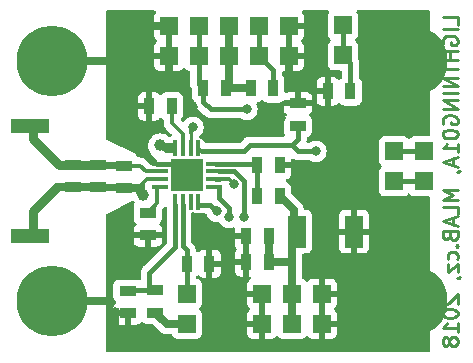
<source format=gbr>
%TF.GenerationSoftware,KiCad,Pcbnew,6.0.11+dfsg-1~bpo11+1*%
%TF.CreationDate,2023-06-15T01:49:53+00:00*%
%TF.ProjectId,LIGHTNING01,4c494748-544e-4494-9e47-30312e6b6963,01A*%
%TF.SameCoordinates,Original*%
%TF.FileFunction,Copper,L2,Bot*%
%TF.FilePolarity,Positive*%
%FSLAX46Y46*%
G04 Gerber Fmt 4.6, Leading zero omitted, Abs format (unit mm)*
G04 Created by KiCad (PCBNEW 6.0.11+dfsg-1~bpo11+1) date 2023-06-15 01:49:53*
%MOMM*%
%LPD*%
G01*
G04 APERTURE LIST*
%ADD10C,0.250000*%
%TA.AperFunction,NonConductor*%
%ADD11C,0.250000*%
%TD*%
%TA.AperFunction,ComponentPad*%
%ADD12C,6.000000*%
%TD*%
%TA.AperFunction,ComponentPad*%
%ADD13R,1.524000X1.524000*%
%TD*%
%TA.AperFunction,SMDPad,CuDef*%
%ADD14R,1.397000X0.889000*%
%TD*%
%TA.AperFunction,SMDPad,CuDef*%
%ADD15R,0.889000X1.397000*%
%TD*%
%TA.AperFunction,SMDPad,CuDef*%
%ADD16R,3.200000X1.300000*%
%TD*%
%TA.AperFunction,SMDPad,CuDef*%
%ADD17R,1.501140X2.700020*%
%TD*%
%TA.AperFunction,SMDPad,CuDef*%
%ADD18R,1.400000X0.400000*%
%TD*%
%TA.AperFunction,SMDPad,CuDef*%
%ADD19R,0.400000X1.400000*%
%TD*%
%TA.AperFunction,SMDPad,CuDef*%
%ADD20R,2.700000X2.700000*%
%TD*%
%TA.AperFunction,ViaPad*%
%ADD21C,1.000000*%
%TD*%
%TA.AperFunction,ViaPad*%
%ADD22C,0.800000*%
%TD*%
%TA.AperFunction,Conductor*%
%ADD23C,0.350000*%
%TD*%
%TA.AperFunction,Conductor*%
%ADD24C,0.700000*%
%TD*%
%TA.AperFunction,Conductor*%
%ADD25C,0.250000*%
%TD*%
%TA.AperFunction,Conductor*%
%ADD26C,0.400000*%
%TD*%
%TA.AperFunction,Conductor*%
%ADD27C,0.800000*%
%TD*%
%TA.AperFunction,Conductor*%
%ADD28C,0.300000*%
%TD*%
%TA.AperFunction,Conductor*%
%ADD29C,0.600000*%
%TD*%
%TA.AperFunction,Conductor*%
%ADD30C,0.450000*%
%TD*%
G04 APERTURE END LIST*
D10*
D11*
X39450095Y28513810D02*
X39450095Y29109048D01*
X38150095Y29109048D01*
X39450095Y28097143D02*
X38150095Y28097143D01*
X38212000Y26847143D02*
X38150095Y26966191D01*
X38150095Y27144762D01*
X38212000Y27323334D01*
X38335809Y27442381D01*
X38459619Y27501905D01*
X38707238Y27561429D01*
X38892952Y27561429D01*
X39140571Y27501905D01*
X39264380Y27442381D01*
X39388190Y27323334D01*
X39450095Y27144762D01*
X39450095Y27025715D01*
X39388190Y26847143D01*
X39326285Y26787620D01*
X38892952Y26787620D01*
X38892952Y27025715D01*
X39450095Y26251905D02*
X38150095Y26251905D01*
X38769142Y26251905D02*
X38769142Y25537620D01*
X39450095Y25537620D02*
X38150095Y25537620D01*
X38150095Y25120953D02*
X38150095Y24406667D01*
X39450095Y24763810D02*
X38150095Y24763810D01*
X39450095Y23990000D02*
X38150095Y23990000D01*
X39450095Y23275715D01*
X38150095Y23275715D01*
X39450095Y22680477D02*
X38150095Y22680477D01*
X39450095Y22085239D02*
X38150095Y22085239D01*
X39450095Y21370953D01*
X38150095Y21370953D01*
X38212000Y20120953D02*
X38150095Y20240000D01*
X38150095Y20418572D01*
X38212000Y20597143D01*
X38335809Y20716191D01*
X38459619Y20775715D01*
X38707238Y20835239D01*
X38892952Y20835239D01*
X39140571Y20775715D01*
X39264380Y20716191D01*
X39388190Y20597143D01*
X39450095Y20418572D01*
X39450095Y20299524D01*
X39388190Y20120953D01*
X39326285Y20061429D01*
X38892952Y20061429D01*
X38892952Y20299524D01*
X38150095Y19287620D02*
X38150095Y19168572D01*
X38212000Y19049524D01*
X38273904Y18990000D01*
X38397714Y18930477D01*
X38645333Y18870953D01*
X38954857Y18870953D01*
X39202476Y18930477D01*
X39326285Y18990000D01*
X39388190Y19049524D01*
X39450095Y19168572D01*
X39450095Y19287620D01*
X39388190Y19406667D01*
X39326285Y19466191D01*
X39202476Y19525715D01*
X38954857Y19585239D01*
X38645333Y19585239D01*
X38397714Y19525715D01*
X38273904Y19466191D01*
X38212000Y19406667D01*
X38150095Y19287620D01*
X39450095Y17680477D02*
X39450095Y18394762D01*
X39450095Y18037620D02*
X38150095Y18037620D01*
X38335809Y18156667D01*
X38459619Y18275715D01*
X38521523Y18394762D01*
X39078666Y17204286D02*
X39078666Y16609048D01*
X39450095Y17323334D02*
X38150095Y16906667D01*
X39450095Y16490000D01*
X39388190Y16013810D02*
X39450095Y16013810D01*
X39573904Y16073334D01*
X39635809Y16132858D01*
X39450095Y14525715D02*
X38150095Y14525715D01*
X39078666Y14109048D01*
X38150095Y13692381D01*
X39450095Y13692381D01*
X39450095Y12501905D02*
X39450095Y13097143D01*
X38150095Y13097143D01*
X39078666Y12144762D02*
X39078666Y11549524D01*
X39450095Y12263810D02*
X38150095Y11847143D01*
X39450095Y11430477D01*
X38769142Y10597143D02*
X38831047Y10418572D01*
X38892952Y10359048D01*
X39016761Y10299524D01*
X39202476Y10299524D01*
X39326285Y10359048D01*
X39388190Y10418572D01*
X39450095Y10537620D01*
X39450095Y11013810D01*
X38150095Y11013810D01*
X38150095Y10597143D01*
X38212000Y10478096D01*
X38273904Y10418572D01*
X38397714Y10359048D01*
X38521523Y10359048D01*
X38645333Y10418572D01*
X38707238Y10478096D01*
X38769142Y10597143D01*
X38769142Y11013810D01*
X39326285Y9763810D02*
X39388190Y9704286D01*
X39450095Y9763810D01*
X39388190Y9823334D01*
X39326285Y9763810D01*
X39450095Y9763810D01*
X39388190Y8632858D02*
X39450095Y8751905D01*
X39450095Y8990001D01*
X39388190Y9109048D01*
X39326285Y9168572D01*
X39202476Y9228096D01*
X38831047Y9228096D01*
X38707238Y9168572D01*
X38645333Y9109048D01*
X38583428Y8990001D01*
X38583428Y8751905D01*
X38645333Y8632858D01*
X38583428Y8216191D02*
X38583428Y7561429D01*
X39450095Y8216191D01*
X39450095Y7561429D01*
X39388190Y7025715D02*
X39450095Y7025715D01*
X39573904Y7085239D01*
X39635809Y7144762D01*
X38273904Y5597143D02*
X38212000Y5537620D01*
X38150095Y5418572D01*
X38150095Y5120953D01*
X38212000Y5001905D01*
X38273904Y4942381D01*
X38397714Y4882858D01*
X38521523Y4882858D01*
X38707238Y4942381D01*
X39450095Y5656667D01*
X39450095Y4882858D01*
X38150095Y4109048D02*
X38150095Y3990001D01*
X38212000Y3870953D01*
X38273904Y3811429D01*
X38397714Y3751905D01*
X38645333Y3692381D01*
X38954857Y3692381D01*
X39202476Y3751905D01*
X39326285Y3811429D01*
X39388190Y3870953D01*
X39450095Y3990001D01*
X39450095Y4109048D01*
X39388190Y4228096D01*
X39326285Y4287620D01*
X39202476Y4347143D01*
X38954857Y4406667D01*
X38645333Y4406667D01*
X38397714Y4347143D01*
X38273904Y4287620D01*
X38212000Y4228096D01*
X38150095Y4109048D01*
X39450095Y2501905D02*
X39450095Y3216191D01*
X39450095Y2859048D02*
X38150095Y2859048D01*
X38335809Y2978096D01*
X38459619Y3097143D01*
X38521523Y3216191D01*
X38707238Y1787620D02*
X38645333Y1906667D01*
X38583428Y1966191D01*
X38459619Y2025715D01*
X38397714Y2025715D01*
X38273904Y1966191D01*
X38212000Y1906667D01*
X38150095Y1787620D01*
X38150095Y1549524D01*
X38212000Y1430477D01*
X38273904Y1370953D01*
X38397714Y1311429D01*
X38459619Y1311429D01*
X38583428Y1370953D01*
X38645333Y1430477D01*
X38707238Y1549524D01*
X38707238Y1787620D01*
X38769142Y1906667D01*
X38831047Y1966191D01*
X38954857Y2025715D01*
X39202476Y2025715D01*
X39326285Y1966191D01*
X39388190Y1906667D01*
X39450095Y1787620D01*
X39450095Y1549524D01*
X39388190Y1430477D01*
X39326285Y1370953D01*
X39202476Y1311429D01*
X38954857Y1311429D01*
X38831047Y1370953D01*
X38769142Y1430477D01*
X38707238Y1549524D01*
D12*
%TO.P,M3,1*%
%TO.N,GND*%
X35560000Y5080000D03*
%TD*%
%TO.P,M1,1*%
%TO.N,GND*%
X5080000Y25400000D03*
%TD*%
%TO.P,M2,1*%
%TO.N,GND*%
X5080000Y5080000D03*
%TD*%
%TO.P,M4,1*%
%TO.N,GND*%
X35560000Y25400000D03*
%TD*%
D13*
%TO.P,J1,1*%
%TO.N,/ADR0*%
X16510000Y5715000D03*
%TO.P,J1,2*%
%TO.N,VCC*%
X16510000Y3175000D03*
%TD*%
%TO.P,J3,1*%
%TO.N,/MISO*%
X29718000Y28448000D03*
%TO.P,J3,2*%
X29718000Y25908000D03*
%TD*%
%TO.P,J4,1*%
%TO.N,/SDA_MOSI*%
X22606000Y28391327D03*
%TO.P,J4,2*%
X22606000Y25851327D03*
%TD*%
%TO.P,J5,1*%
%TO.N,/SCL*%
X17526000Y28391327D03*
%TO.P,J5,2*%
X17526000Y25851327D03*
%TD*%
%TO.P,J6,1*%
%TO.N,/IRQ*%
X34036000Y15240000D03*
%TO.P,J6,2*%
X36576000Y15240000D03*
%TD*%
%TO.P,J10,1*%
%TO.N,GND*%
X27940000Y5715000D03*
%TO.P,J10,2*%
X27940000Y3175000D03*
%TO.P,J10,3*%
%TO.N,VCC*%
X25400000Y5715000D03*
%TO.P,J10,4*%
X25400000Y3175000D03*
%TO.P,J10,5*%
%TO.N,GND*%
X22860000Y5715000D03*
%TO.P,J10,6*%
X22860000Y3175000D03*
%TD*%
%TO.P,J8,1*%
%TO.N,GND*%
X25146000Y25851327D03*
%TO.P,J8,2*%
X25146000Y28391327D03*
%TD*%
%TO.P,J7,1*%
%TO.N,VCC*%
X20066000Y25851327D03*
%TO.P,J7,2*%
X20066000Y28391327D03*
%TD*%
%TO.P,J9,1*%
%TO.N,GND*%
X14986000Y25851327D03*
%TO.P,J9,2*%
X14986000Y28391327D03*
%TD*%
%TO.P,J2,1*%
%TO.N,/CS*%
X34036000Y17780000D03*
%TO.P,J2,2*%
X36576000Y17780000D03*
%TD*%
D14*
%TO.P,R2,1*%
%TO.N,GND*%
X11176000Y14668500D03*
%TO.P,R2,2*%
%TO.N,/IN+*%
X11176000Y16573500D03*
%TD*%
%TO.P,C3,1*%
%TO.N,GND*%
X13208000Y10668000D03*
%TO.P,C3,2*%
%TO.N,/ACG*%
X13208000Y12573000D03*
%TD*%
D15*
%TO.P,C6,1*%
%TO.N,VCC*%
X23431500Y8382000D03*
%TO.P,C6,2*%
%TO.N,GND*%
X21526500Y8382000D03*
%TD*%
%TO.P,R9,1*%
%TO.N,GND*%
X28448000Y22860000D03*
%TO.P,R9,2*%
%TO.N,/MISO*%
X30353000Y22860000D03*
%TD*%
%TO.P,R10,1*%
%TO.N,VCC*%
X21907500Y23114000D03*
%TO.P,R10,2*%
%TO.N,/SDA_MOSI*%
X23812500Y23114000D03*
%TD*%
D16*
%TO.P,L1,1*%
%TO.N,/IN+*%
X3238500Y19890000D03*
%TO.P,L1,2*%
%TO.N,GND*%
X3238500Y10590000D03*
%TD*%
D14*
%TO.P,C1,1*%
%TO.N,GND*%
X9017000Y14732000D03*
%TO.P,C1,2*%
%TO.N,/IN+*%
X9017000Y16637000D03*
%TD*%
%TO.P,C2,1*%
%TO.N,GND*%
X6858000Y14732000D03*
%TO.P,C2,2*%
%TO.N,/IN+*%
X6858000Y16637000D03*
%TD*%
D15*
%TO.P,C5,1*%
%TO.N,VCC*%
X23431500Y10604500D03*
%TO.P,C5,2*%
%TO.N,GND*%
X21526500Y10604500D03*
%TD*%
D17*
%TO.P,D1,1*%
%TO.N,VCC*%
X25844500Y10985500D03*
%TO.P,D1,2*%
%TO.N,GND*%
X30645100Y10985500D03*
%TD*%
D14*
%TO.P,R4,1*%
%TO.N,GND*%
X11493500Y4064000D03*
%TO.P,R4,2*%
%TO.N,/ADR1*%
X11493500Y5969000D03*
%TD*%
D15*
%TO.P,R5,1*%
%TO.N,VCC*%
X19812000Y23114000D03*
%TO.P,R5,2*%
%TO.N,/SCL*%
X17907000Y23114000D03*
%TD*%
%TO.P,R6,1*%
%TO.N,/SI*%
X22479000Y16598783D03*
%TO.P,R6,2*%
%TO.N,GND*%
X24384000Y16598783D03*
%TD*%
%TO.P,R7,1*%
%TO.N,VCC*%
X24384000Y13970000D03*
%TO.P,R7,2*%
%TO.N,/SI*%
X22479000Y13970000D03*
%TD*%
D14*
%TO.P,R3,1*%
%TO.N,/ADR1*%
X13843000Y6032500D03*
%TO.P,R3,2*%
%TO.N,VCC*%
X13843000Y4127500D03*
%TD*%
D15*
%TO.P,R1,1*%
%TO.N,/ADR0*%
X16510000Y8255000D03*
%TO.P,R1,2*%
%TO.N,GND*%
X18415000Y8255000D03*
%TD*%
D14*
%TO.P,R8,1*%
%TO.N,GND*%
X25908000Y21844000D03*
%TO.P,R8,2*%
%TO.N,/CS*%
X25908000Y19939000D03*
%TD*%
D18*
%TO.P,U1,1*%
%TO.N,/ACG*%
X14210000Y14773000D03*
%TO.P,U1,2*%
%TO.N,GND*%
X14210000Y15423000D03*
%TO.P,U1,3*%
%TO.N,/IN+*%
X14210000Y16073000D03*
%TO.P,U1,4*%
%TO.N,GND*%
X14210000Y16728000D03*
D19*
%TO.P,U1,5*%
%TO.N,VCC*%
X15535000Y18044000D03*
%TO.P,U1,6*%
%TO.N,Net-(C4-Pad2)*%
X16185000Y18044000D03*
%TO.P,U1,7*%
%TO.N,VCC*%
X16835000Y18044000D03*
%TO.P,U1,8*%
%TO.N,/CS*%
X17490000Y18048000D03*
D18*
%TO.P,U1,9*%
%TO.N,/SI*%
X18800000Y16728000D03*
%TO.P,U1,10*%
%TO.N,/IRQ*%
X18800000Y16073000D03*
%TO.P,U1,11*%
%TO.N,/SCL*%
X18800000Y15423000D03*
%TO.P,U1,12*%
%TO.N,/MISO*%
X18800000Y14768000D03*
D19*
%TO.P,U1,13*%
%TO.N,/SDA_MOSI*%
X17490000Y13448000D03*
%TO.P,U1,14*%
%TO.N,N/C*%
X16835000Y13452000D03*
%TO.P,U1,15*%
%TO.N,/ADR0*%
X16185000Y13452000D03*
%TO.P,U1,16*%
%TO.N,/ADR1*%
X15535000Y13452000D03*
D20*
%TO.P,U1,17*%
%TO.N,GND*%
X16510000Y15748000D03*
%TD*%
D15*
%TO.P,C4,1*%
%TO.N,GND*%
X13335000Y21590000D03*
%TO.P,C4,2*%
%TO.N,Net-(C4-Pad2)*%
X15240000Y21590000D03*
%TD*%
D21*
%TO.N,GND*%
X10414000Y1524000D03*
X18542000Y1524000D03*
X10414000Y4064000D03*
X24384000Y20574000D03*
D22*
X17272000Y16510000D03*
D21*
X11176000Y21844000D03*
X12700000Y17780000D03*
X33274000Y11430000D03*
X34544000Y20320000D03*
X36322000Y20320000D03*
X28194000Y13716000D03*
X10668000Y24638000D03*
X16962773Y21566673D03*
X18542000Y2794000D03*
X10668000Y28448000D03*
D22*
X16510000Y15748000D03*
D21*
X25908000Y23622000D03*
X30734000Y7366000D03*
X12827000Y14097000D03*
X11430000Y19812000D03*
X10668000Y26670000D03*
X12700000Y28448000D03*
X11938000Y23114000D03*
D22*
X15748000Y16510000D03*
D21*
X28194000Y8636000D03*
D22*
X15748000Y15049500D03*
D21*
%TO.N,VCC*%
X14224000Y18288000D03*
D22*
X17018000Y19812000D03*
%TO.N,/SCL*%
X21590000Y21336000D03*
X20493984Y14986000D03*
%TO.N,/CS*%
X27432000Y17780000D03*
%TO.N,/MISO*%
X20066000Y12192000D03*
%TO.N,/IRQ*%
X21336000Y12192000D03*
%TO.N,/SDA_MOSI*%
X19050000Y12700000D03*
%TD*%
D23*
%TO.N,GND*%
X12382500Y14668500D02*
X12524501Y14668500D01*
D24*
X9144000Y25400000D02*
X10160000Y25400000D01*
D25*
X15535000Y16723000D02*
X16510000Y15748000D01*
D26*
X13556990Y16923010D02*
X13760000Y16923010D01*
D24*
X9017000Y14732000D02*
X6858000Y14732000D01*
D27*
X3492500Y12700000D02*
X3492500Y10590000D01*
D23*
X12524501Y14668500D02*
X11176000Y14668500D01*
X12827000Y15113000D02*
X12382500Y14668500D01*
D24*
X18542000Y1524000D02*
X18542000Y2794000D01*
X12700000Y17780000D02*
X13556990Y16923010D01*
X5080000Y25400000D02*
X9144000Y25400000D01*
X33274000Y11430000D02*
X33274000Y9906000D01*
X14986000Y25851327D02*
X14986000Y24389327D01*
X10668000Y28448000D02*
X10668000Y26670000D01*
X12756673Y28391327D02*
X12700000Y28448000D01*
X12255500Y14668500D02*
X12827000Y14097000D01*
D28*
X12827000Y15113000D02*
X12827000Y14097000D01*
D24*
X6858000Y14732000D02*
X5524500Y14732000D01*
X25146000Y24384000D02*
X25908000Y23622000D01*
D26*
X14010000Y16723000D02*
X15535000Y16723000D01*
D24*
X28194000Y8636000D02*
X28194000Y13716000D01*
X16510000Y22865327D02*
X16510000Y21874002D01*
X11176000Y14668500D02*
X12255500Y14668500D01*
D23*
X13137000Y15423000D02*
X12827000Y15113000D01*
D24*
X33274000Y9906000D02*
X30734000Y7366000D01*
X14986000Y24389327D02*
X16510000Y22865327D01*
X9144000Y5080000D02*
X9906000Y5080000D01*
D27*
X5524500Y14732000D02*
X3492500Y12700000D01*
D24*
X34544000Y20320000D02*
X36322000Y20320000D01*
X12827000Y14097000D02*
X12524501Y14399499D01*
X12524501Y14399499D02*
X12524501Y14668500D01*
X16510000Y21874002D02*
X16817329Y21566673D01*
X16817329Y21566673D02*
X16962773Y21566673D01*
X11938000Y23114000D02*
X11938000Y22606000D01*
X11176000Y14668500D02*
X12382500Y14668500D01*
X10414000Y4064000D02*
X10414000Y1524000D01*
X25146000Y25851327D02*
X25146000Y24384000D01*
X14986000Y28391327D02*
X12756673Y28391327D01*
D23*
X13760000Y15423000D02*
X13137000Y15423000D01*
D24*
X5080000Y5080000D02*
X9144000Y5080000D01*
D29*
X10922000Y14732000D02*
X8509000Y14732000D01*
D24*
X11938000Y22606000D02*
X11176000Y21844000D01*
D23*
%TO.N,VCC*%
X14523999Y17988001D02*
X14686001Y17988001D01*
D24*
X25400000Y10020300D02*
X25539700Y10160000D01*
D23*
X17018000Y19741000D02*
X16835000Y19558000D01*
X15240000Y18199000D02*
X15509999Y18468999D01*
D24*
X16510000Y3175000D02*
X14795500Y3175000D01*
X23431500Y8382000D02*
X23431500Y10604500D01*
X21907500Y23114000D02*
X19812000Y23114000D01*
D28*
X14537501Y17988001D02*
X14583500Y18034000D01*
D24*
X25539700Y12814300D02*
X24384000Y13970000D01*
D23*
X16835000Y19629000D02*
X17018000Y19812000D01*
D25*
X16835000Y18494000D02*
X16835000Y19304000D01*
D24*
X25400000Y3175000D02*
X25400000Y5715000D01*
D23*
X14224000Y18288000D02*
X14732000Y17780000D01*
X17018000Y19812000D02*
X17018000Y19741000D01*
X14732000Y18034000D02*
X14583500Y18034000D01*
D24*
X25400000Y5715000D02*
X25400000Y8382000D01*
X23431500Y8382000D02*
X24576000Y8382000D01*
D28*
X14523999Y17988001D02*
X14537501Y17988001D01*
D23*
X16835000Y19304000D02*
X16835000Y19629000D01*
X14686001Y17988001D02*
X14732000Y18034000D01*
X14224000Y18288000D02*
X14523999Y17988001D01*
X15240000Y17780000D02*
X15240000Y18199000D01*
D24*
X20066000Y25851327D02*
X20066000Y23368000D01*
X25539700Y10160000D02*
X25539700Y12814300D01*
D25*
X16835000Y19558000D02*
X16835000Y19629000D01*
D24*
X25400000Y8382000D02*
X25400000Y10020300D01*
D23*
X15303999Y18288000D02*
X15509999Y18494000D01*
D24*
X14795500Y3175000D02*
X13843000Y4127500D01*
D23*
X14732000Y18034000D02*
X15430500Y18034000D01*
D25*
X16835000Y19304000D02*
X16835000Y19558000D01*
D23*
X15509999Y18468999D02*
X15509999Y18494000D01*
D24*
X20066000Y28391327D02*
X20066000Y25851327D01*
D23*
X14732000Y17780000D02*
X15240000Y17780000D01*
D24*
X24576000Y8382000D02*
X25400000Y8382000D01*
D23*
X14224000Y18288000D02*
X15303999Y18288000D01*
D28*
%TO.N,/ACG*%
X14010000Y14773000D02*
X14010000Y13375000D01*
X14010000Y13375000D02*
X13208000Y12573000D01*
D30*
%TO.N,/SCL*%
X18536500Y21336000D02*
X21590000Y21336000D01*
X17907000Y21965500D02*
X18536500Y21336000D01*
X17526000Y28391327D02*
X17526000Y25851327D01*
D23*
X20056984Y15423000D02*
X20493984Y14986000D01*
X19250000Y15423000D02*
X20056984Y15423000D01*
D30*
X17907000Y23114000D02*
X17907000Y21965500D01*
D26*
X19010000Y15423000D02*
X19203542Y15423000D01*
D30*
X17526000Y23495000D02*
X17907000Y23114000D01*
X17526000Y25851327D02*
X17526000Y23495000D01*
%TO.N,/SI*%
X22270501Y16598783D02*
X22146284Y16723000D01*
X22479000Y16598783D02*
X22479000Y13970000D01*
D26*
X22146284Y16723000D02*
X19010000Y16723000D01*
D25*
%TO.N,/CS*%
X17485000Y18075000D02*
X17780000Y17780000D01*
D30*
X25400000Y18288000D02*
X21844000Y18288000D01*
X21844000Y18288000D02*
X21336000Y17780000D01*
X27432000Y17780000D02*
X25908000Y17780000D01*
X25908000Y19939000D02*
X25908000Y18796000D01*
D25*
X17485000Y18244000D02*
X17485000Y18075000D01*
D30*
X25908000Y17780000D02*
X25400000Y18288000D01*
X21336000Y17780000D02*
X17780000Y17780000D01*
X36576000Y17780000D02*
X34036000Y17780000D01*
X25908000Y18796000D02*
X25400000Y18288000D01*
%TO.N,/MISO*%
X19250000Y13786998D02*
X20066000Y12970998D01*
X19250000Y14768000D02*
X19250000Y13786998D01*
X30353000Y25273000D02*
X29718000Y25908000D01*
X29718000Y25908000D02*
X29718000Y28448000D01*
X30353000Y22860000D02*
X30353000Y25273000D01*
X20066000Y12970998D02*
X20066000Y12192000D01*
%TO.N,/IRQ*%
X21336000Y14139084D02*
X21336000Y12192000D01*
D26*
X19250000Y16073000D02*
X20503000Y16073000D01*
D30*
X20503000Y16073000D02*
X21336000Y15240000D01*
X21336000Y15240000D02*
X21336000Y14139084D01*
X36576000Y15240000D02*
X34036000Y15240000D01*
%TO.N,/SDA_MOSI*%
X23812500Y24644827D02*
X22606000Y25851327D01*
X18498000Y13252000D02*
X19050000Y12700000D01*
X17485000Y13252000D02*
X18498000Y13252000D01*
X23812500Y23114000D02*
X23812500Y24644827D01*
X22606000Y28391327D02*
X22606000Y25851327D01*
%TO.N,/ADR1*%
X13335000Y7493000D02*
X13335000Y6032500D01*
D26*
X15535000Y13252000D02*
X15535000Y9693000D01*
D30*
X15535000Y9693000D02*
X13335000Y7493000D01*
X13843000Y6032500D02*
X11557000Y6032500D01*
X11557000Y6032500D02*
X11493500Y5969000D01*
D23*
%TO.N,/IN+*%
X13010000Y16073000D02*
X12509500Y16573500D01*
D27*
X5645500Y16637000D02*
X3492500Y18790000D01*
D30*
X6858000Y16637000D02*
X8001000Y16637000D01*
D27*
X3492500Y18790000D02*
X3492500Y19890000D01*
X8001000Y16637000D02*
X5645500Y16637000D01*
D23*
X13760000Y16073000D02*
X13010000Y16073000D01*
D29*
X10922000Y16637000D02*
X8509000Y16637000D01*
D27*
X8509000Y16637000D02*
X8001000Y16637000D01*
D23*
X12509500Y16573500D02*
X11176000Y16573500D01*
D30*
%TO.N,/ADR0*%
X16185000Y9728500D02*
X16510000Y9403500D01*
D26*
X16185000Y13252000D02*
X16185000Y9728500D01*
D30*
X16510000Y9403500D02*
X16510000Y8255000D01*
X16510000Y5715000D02*
X16510000Y8255000D01*
D23*
%TO.N,Net-(C4-Pad2)*%
X15240000Y20541500D02*
X15240000Y21590000D01*
X16185000Y19243998D02*
X15240000Y20188998D01*
X16185000Y18494000D02*
X16185000Y19243998D01*
X15240000Y20188998D02*
X15240000Y20541500D01*
%TD*%
%TA.AperFunction,Conductor*%
%TO.N,GND*%
G36*
X13828169Y29697498D02*
G01*
X13874662Y29643842D01*
X13884766Y29573568D01*
X13860874Y29515935D01*
X13779214Y29406976D01*
X13770676Y29391381D01*
X13725522Y29270933D01*
X13721895Y29255678D01*
X13716369Y29204813D01*
X13716000Y29197999D01*
X13716000Y28663442D01*
X13720475Y28648203D01*
X13721865Y28646998D01*
X13729548Y28645327D01*
X15114000Y28645327D01*
X15182121Y28625325D01*
X15228614Y28571669D01*
X15240000Y28519327D01*
X15240000Y24599443D01*
X15244475Y24584204D01*
X15245865Y24582999D01*
X15253548Y24581328D01*
X15792669Y24581328D01*
X15799490Y24581698D01*
X15850352Y24587222D01*
X15865604Y24590848D01*
X15986054Y24636003D01*
X16001649Y24644541D01*
X16103724Y24721042D01*
X16116285Y24733603D01*
X16154862Y24785076D01*
X16211721Y24827591D01*
X16282540Y24832617D01*
X16344833Y24798557D01*
X16356509Y24785082D01*
X16400739Y24726066D01*
X16517295Y24638712D01*
X16653684Y24587582D01*
X16671437Y24585653D01*
X16680110Y24584711D01*
X16745672Y24557468D01*
X16786097Y24499104D01*
X16792500Y24459448D01*
X16792500Y23560166D01*
X16791067Y23541217D01*
X16787957Y23520773D01*
X16788550Y23513481D01*
X16788550Y23513478D01*
X16792085Y23470021D01*
X16792500Y23459806D01*
X16792500Y23452174D01*
X16792922Y23448555D01*
X16792923Y23448536D01*
X16795675Y23424931D01*
X16796107Y23420565D01*
X16801823Y23350296D01*
X16804081Y23343327D01*
X16805184Y23337807D01*
X16806466Y23332382D01*
X16807314Y23325110D01*
X16809811Y23318231D01*
X16831382Y23258804D01*
X16832810Y23254644D01*
X16852280Y23194542D01*
X16852282Y23194538D01*
X16854536Y23187580D01*
X16858330Y23181328D01*
X16860672Y23176212D01*
X16863176Y23171211D01*
X16865673Y23164333D01*
X16869683Y23158216D01*
X16869686Y23158211D01*
X16904347Y23105346D01*
X16906695Y23101625D01*
X16935719Y23053794D01*
X16954000Y22988429D01*
X16954000Y22367366D01*
X16960755Y22305184D01*
X17011885Y22168795D01*
X17099239Y22052239D01*
X17106419Y22046858D01*
X17122785Y22034592D01*
X17165299Y21977731D01*
X17172802Y21943999D01*
X17173084Y21940538D01*
X17173500Y21930306D01*
X17173500Y21922674D01*
X17173922Y21919055D01*
X17173923Y21919036D01*
X17176675Y21895431D01*
X17177108Y21891056D01*
X17180936Y21844000D01*
X17182823Y21820796D01*
X17185081Y21813827D01*
X17186184Y21808307D01*
X17187466Y21802882D01*
X17188314Y21795610D01*
X17209720Y21736639D01*
X17212382Y21729304D01*
X17213810Y21725144D01*
X17233280Y21665042D01*
X17233282Y21665038D01*
X17235536Y21658080D01*
X17239330Y21651828D01*
X17241672Y21646712D01*
X17244176Y21641711D01*
X17246673Y21634833D01*
X17250683Y21628716D01*
X17250686Y21628711D01*
X17285347Y21575846D01*
X17287695Y21572124D01*
X17324267Y21511855D01*
X17327979Y21507652D01*
X17331429Y21503745D01*
X17331412Y21503730D01*
X17334346Y21500420D01*
X17336442Y21497913D01*
X17340454Y21491794D01*
X17345766Y21486762D01*
X17394776Y21440334D01*
X17397218Y21437956D01*
X17971755Y20863419D01*
X17984141Y20849007D01*
X17996400Y20832349D01*
X18001983Y20827606D01*
X18035213Y20799375D01*
X18042729Y20792445D01*
X18048119Y20787055D01*
X18069655Y20770016D01*
X18072995Y20767276D01*
X18121171Y20726348D01*
X18121174Y20726346D01*
X18126751Y20721608D01*
X18133268Y20718280D01*
X18137934Y20715168D01*
X18142699Y20712226D01*
X18148442Y20707682D01*
X18203037Y20682166D01*
X18212317Y20677829D01*
X18216263Y20675901D01*
X18279082Y20643824D01*
X18286193Y20642084D01*
X18291445Y20640131D01*
X18296763Y20638362D01*
X18303395Y20635262D01*
X18372447Y20620899D01*
X18376731Y20619929D01*
X18445221Y20603170D01*
X18450823Y20602822D01*
X18450826Y20602822D01*
X18456020Y20602500D01*
X18456019Y20602476D01*
X18460434Y20602212D01*
X18463684Y20601922D01*
X18470852Y20600431D01*
X18545623Y20602454D01*
X18549031Y20602500D01*
X21013004Y20602500D01*
X21081125Y20582498D01*
X21087065Y20578436D01*
X21133248Y20544882D01*
X21139276Y20542198D01*
X21139278Y20542197D01*
X21301681Y20469891D01*
X21307712Y20467206D01*
X21384134Y20450962D01*
X21488056Y20428872D01*
X21488061Y20428872D01*
X21494513Y20427500D01*
X21685487Y20427500D01*
X21691939Y20428872D01*
X21691944Y20428872D01*
X21795866Y20450962D01*
X21872288Y20467206D01*
X21878319Y20469891D01*
X22040722Y20542197D01*
X22040724Y20542198D01*
X22046752Y20544882D01*
X22201253Y20657134D01*
X22218148Y20675898D01*
X22324621Y20794148D01*
X22324622Y20794149D01*
X22329040Y20799056D01*
X22424527Y20964444D01*
X22483542Y21146072D01*
X22503504Y21336000D01*
X22492538Y21440334D01*
X22484232Y21519365D01*
X22484232Y21519367D01*
X22483542Y21525928D01*
X22424527Y21707556D01*
X22407736Y21736639D01*
X22390999Y21805635D01*
X22414220Y21872726D01*
X22472626Y21917620D01*
X22590297Y21961733D01*
X22598705Y21964885D01*
X22715261Y22052239D01*
X22759174Y22110832D01*
X22816033Y22153347D01*
X22886852Y22158373D01*
X22949145Y22124313D01*
X22960825Y22110833D01*
X23004739Y22052239D01*
X23121295Y21964885D01*
X23257684Y21913755D01*
X23319866Y21907000D01*
X24305134Y21907000D01*
X24367316Y21913755D01*
X24503705Y21964885D01*
X24620261Y22052239D01*
X24625642Y22059419D01*
X24627318Y22061095D01*
X24689630Y22095121D01*
X24716413Y22098000D01*
X25635885Y22098000D01*
X25651124Y22102475D01*
X25652329Y22103865D01*
X25654000Y22111548D01*
X25654000Y22116115D01*
X26162000Y22116115D01*
X26166475Y22100876D01*
X26167865Y22099671D01*
X26175548Y22098000D01*
X27096384Y22098000D01*
X27111623Y22102475D01*
X27112828Y22103865D01*
X27114499Y22111548D01*
X27114499Y22116831D01*
X27495501Y22116831D01*
X27495871Y22110010D01*
X27501395Y22059148D01*
X27505021Y22043896D01*
X27550176Y21923446D01*
X27558714Y21907851D01*
X27635215Y21805776D01*
X27647776Y21793215D01*
X27749851Y21716714D01*
X27765446Y21708176D01*
X27885894Y21663022D01*
X27901149Y21659395D01*
X27952014Y21653869D01*
X27958828Y21653500D01*
X28175885Y21653500D01*
X28191124Y21657975D01*
X28192329Y21659365D01*
X28194000Y21667048D01*
X28194000Y22587885D01*
X28189525Y22603124D01*
X28188135Y22604329D01*
X28180452Y22606000D01*
X27513616Y22606000D01*
X27498377Y22601525D01*
X27497172Y22600135D01*
X27495501Y22592452D01*
X27495501Y22116831D01*
X27114499Y22116831D01*
X27114499Y22333169D01*
X27114129Y22339990D01*
X27108605Y22390852D01*
X27104979Y22406104D01*
X27059824Y22526554D01*
X27051286Y22542149D01*
X26974785Y22644224D01*
X26962224Y22656785D01*
X26860149Y22733286D01*
X26844554Y22741824D01*
X26724106Y22786978D01*
X26708851Y22790605D01*
X26657986Y22796131D01*
X26651172Y22796500D01*
X26180115Y22796500D01*
X26164876Y22792025D01*
X26163671Y22790635D01*
X26162000Y22782952D01*
X26162000Y22116115D01*
X25654000Y22116115D01*
X25654000Y22778384D01*
X25649525Y22793623D01*
X25648135Y22794828D01*
X25640452Y22796499D01*
X25164831Y22796499D01*
X25158010Y22796129D01*
X25107148Y22790605D01*
X25091896Y22786979D01*
X24971442Y22741823D01*
X24952009Y22731183D01*
X24882652Y22716014D01*
X24816104Y22740750D01*
X24773494Y22797538D01*
X24765500Y22841703D01*
X24765500Y23132115D01*
X27495500Y23132115D01*
X27499975Y23116876D01*
X27501365Y23115671D01*
X27509048Y23114000D01*
X28175885Y23114000D01*
X28191124Y23118475D01*
X28192329Y23119865D01*
X28194000Y23127548D01*
X28194000Y24048384D01*
X28189525Y24063623D01*
X28188135Y24064828D01*
X28180452Y24066499D01*
X27958831Y24066499D01*
X27952010Y24066129D01*
X27901148Y24060605D01*
X27885896Y24056979D01*
X27765446Y24011824D01*
X27749851Y24003286D01*
X27647776Y23926785D01*
X27635215Y23914224D01*
X27558714Y23812149D01*
X27550176Y23796554D01*
X27505022Y23676106D01*
X27501395Y23660851D01*
X27495869Y23609986D01*
X27495500Y23603172D01*
X27495500Y23132115D01*
X24765500Y23132115D01*
X24765500Y23860634D01*
X24758745Y23922816D01*
X24707615Y24059205D01*
X24620261Y24175761D01*
X24607005Y24185696D01*
X24596434Y24193619D01*
X24553919Y24250478D01*
X24546000Y24294444D01*
X24546000Y24455327D01*
X24566002Y24523448D01*
X24619658Y24569941D01*
X24672000Y24581327D01*
X24873885Y24581327D01*
X24889124Y24585802D01*
X24890329Y24587192D01*
X24892000Y24594875D01*
X24892000Y24599443D01*
X25400000Y24599443D01*
X25404475Y24584204D01*
X25405865Y24582999D01*
X25413548Y24581328D01*
X25952669Y24581328D01*
X25959490Y24581698D01*
X26010352Y24587222D01*
X26025604Y24590848D01*
X26146054Y24636003D01*
X26161649Y24644541D01*
X26263724Y24721042D01*
X26276285Y24733603D01*
X26352786Y24835678D01*
X26361324Y24851273D01*
X26406478Y24971721D01*
X26410105Y24986976D01*
X26415631Y25037841D01*
X26416000Y25044655D01*
X26416000Y25579212D01*
X26411525Y25594451D01*
X26410135Y25595656D01*
X26402452Y25597327D01*
X25418115Y25597327D01*
X25402876Y25592852D01*
X25401671Y25591462D01*
X25400000Y25583779D01*
X25400000Y24599443D01*
X24892000Y24599443D01*
X24892000Y26123442D01*
X25400000Y26123442D01*
X25404475Y26108203D01*
X25405865Y26106998D01*
X25413548Y26105327D01*
X26397884Y26105327D01*
X26413123Y26109802D01*
X26414328Y26111192D01*
X26415999Y26118875D01*
X26415999Y26657996D01*
X26415629Y26664817D01*
X26410105Y26715679D01*
X26406479Y26730931D01*
X26361324Y26851381D01*
X26352786Y26866976D01*
X26276285Y26969051D01*
X26263725Y26981611D01*
X26211835Y27020500D01*
X26169319Y27077359D01*
X26164293Y27148178D01*
X26198353Y27210471D01*
X26211835Y27222154D01*
X26263725Y27261043D01*
X26276285Y27273603D01*
X26352786Y27375678D01*
X26361324Y27391273D01*
X26406478Y27511721D01*
X26410105Y27526976D01*
X26415631Y27577841D01*
X26416000Y27584655D01*
X26416000Y28119212D01*
X26411525Y28134451D01*
X26410135Y28135656D01*
X26402452Y28137327D01*
X25418115Y28137327D01*
X25402876Y28132852D01*
X25401671Y28131462D01*
X25400000Y28123779D01*
X25400000Y26123442D01*
X24892000Y26123442D01*
X24892000Y28519327D01*
X24912002Y28587448D01*
X24965658Y28633941D01*
X25018000Y28645327D01*
X26397884Y28645327D01*
X26413123Y28649802D01*
X26414328Y28651192D01*
X26415999Y28658875D01*
X26415999Y29197996D01*
X26415629Y29204817D01*
X26410105Y29255679D01*
X26406479Y29270931D01*
X26361324Y29391381D01*
X26352786Y29406976D01*
X26271126Y29515935D01*
X26246278Y29582442D01*
X26261331Y29651824D01*
X26311506Y29702054D01*
X26371952Y29717500D01*
X28448949Y29717500D01*
X28517070Y29697498D01*
X28563563Y29643842D01*
X28573667Y29573568D01*
X28549777Y29515937D01*
X28505385Y29456705D01*
X28454255Y29320316D01*
X28447500Y29258134D01*
X28447500Y27637866D01*
X28454255Y27575684D01*
X28505385Y27439295D01*
X28592739Y27322739D01*
X28599919Y27317358D01*
X28651332Y27278826D01*
X28693847Y27221967D01*
X28698873Y27151148D01*
X28664813Y27088855D01*
X28651333Y27077175D01*
X28592739Y27033261D01*
X28505385Y26916705D01*
X28454255Y26780316D01*
X28447500Y26718134D01*
X28447500Y25097866D01*
X28454255Y25035684D01*
X28505385Y24899295D01*
X28592739Y24782739D01*
X28709295Y24695385D01*
X28845684Y24644255D01*
X28907866Y24637500D01*
X29493500Y24637500D01*
X29561621Y24617498D01*
X29608114Y24563842D01*
X29619500Y24511500D01*
X29619500Y24040444D01*
X29599498Y23972323D01*
X29569066Y23939619D01*
X29556519Y23930215D01*
X29545239Y23921761D01*
X29501013Y23862751D01*
X29444156Y23820236D01*
X29373337Y23815210D01*
X29311044Y23849270D01*
X29299362Y23862751D01*
X29260785Y23914224D01*
X29248224Y23926785D01*
X29146149Y24003286D01*
X29130554Y24011824D01*
X29010106Y24056978D01*
X28994851Y24060605D01*
X28943986Y24066131D01*
X28937172Y24066500D01*
X28720115Y24066500D01*
X28704876Y24062025D01*
X28703671Y24060635D01*
X28702000Y24052952D01*
X28702000Y21671616D01*
X28706475Y21656377D01*
X28707865Y21655172D01*
X28715548Y21653501D01*
X28937169Y21653501D01*
X28943990Y21653871D01*
X28994852Y21659395D01*
X29010104Y21663021D01*
X29130554Y21708176D01*
X29146149Y21716714D01*
X29248224Y21793215D01*
X29260785Y21805776D01*
X29299362Y21857249D01*
X29356221Y21899764D01*
X29427040Y21904790D01*
X29489333Y21870730D01*
X29501009Y21857255D01*
X29545239Y21798239D01*
X29661795Y21710885D01*
X29798184Y21659755D01*
X29860366Y21653000D01*
X30845634Y21653000D01*
X30907816Y21659755D01*
X31044205Y21710885D01*
X31160761Y21798239D01*
X31248115Y21914795D01*
X31299245Y22051184D01*
X31306000Y22113366D01*
X31306000Y23606634D01*
X31299245Y23668816D01*
X31248115Y23805205D01*
X31160761Y23921761D01*
X31149481Y23930215D01*
X31136934Y23939619D01*
X31094419Y23996478D01*
X31086500Y24040444D01*
X31086500Y25207826D01*
X31087933Y25226777D01*
X31089944Y25239993D01*
X31089944Y25239996D01*
X31091044Y25247226D01*
X31086915Y25297987D01*
X31086500Y25308202D01*
X31086500Y25315826D01*
X31083324Y25343066D01*
X31082895Y25347406D01*
X31077771Y25410407D01*
X31077770Y25410411D01*
X31077177Y25417704D01*
X31074921Y25424668D01*
X31073819Y25430183D01*
X31072533Y25435622D01*
X31071686Y25442890D01*
X31069189Y25449768D01*
X31069188Y25449774D01*
X31047618Y25509197D01*
X31046208Y25513300D01*
X31024465Y25580420D01*
X31020664Y25586683D01*
X31018321Y25591801D01*
X31015823Y25596789D01*
X31013327Y25603667D01*
X31009317Y25609784D01*
X31009314Y25609789D01*
X31009131Y25610068D01*
X31009067Y25610282D01*
X31006035Y25616337D01*
X31007100Y25616870D01*
X30988500Y25679157D01*
X30988500Y26718134D01*
X30981745Y26780316D01*
X30930615Y26916705D01*
X30843261Y27033261D01*
X30784668Y27077174D01*
X30742153Y27134033D01*
X30737127Y27204852D01*
X30771187Y27267145D01*
X30784668Y27278826D01*
X30836081Y27317358D01*
X30843261Y27322739D01*
X30930615Y27439295D01*
X30981745Y27575684D01*
X30988500Y27637866D01*
X30988500Y29258134D01*
X30981745Y29320316D01*
X30930615Y29456705D01*
X30886223Y29515936D01*
X30861377Y29582442D01*
X30876430Y29651824D01*
X30926605Y29702054D01*
X30987051Y29717500D01*
X36993500Y29717500D01*
X37061621Y29697498D01*
X37108114Y29643842D01*
X37119500Y29591500D01*
X37119500Y19176500D01*
X37099498Y19108379D01*
X37045842Y19061886D01*
X36993500Y19050500D01*
X35765866Y19050500D01*
X35703684Y19043745D01*
X35567295Y18992615D01*
X35450739Y18905261D01*
X35420755Y18865253D01*
X35406826Y18846668D01*
X35349967Y18804153D01*
X35279148Y18799127D01*
X35216855Y18833187D01*
X35205174Y18846668D01*
X35191245Y18865253D01*
X35161261Y18905261D01*
X35044705Y18992615D01*
X34908316Y19043745D01*
X34846134Y19050500D01*
X33225866Y19050500D01*
X33163684Y19043745D01*
X33027295Y18992615D01*
X32910739Y18905261D01*
X32823385Y18788705D01*
X32772255Y18652316D01*
X32765500Y18590134D01*
X32765500Y16969866D01*
X32772255Y16907684D01*
X32823385Y16771295D01*
X32910739Y16654739D01*
X32917919Y16649358D01*
X32969332Y16610826D01*
X33011847Y16553967D01*
X33016873Y16483148D01*
X32982813Y16420855D01*
X32969333Y16409175D01*
X32910739Y16365261D01*
X32823385Y16248705D01*
X32772255Y16112316D01*
X32765500Y16050134D01*
X32765500Y14429866D01*
X32772255Y14367684D01*
X32823385Y14231295D01*
X32910739Y14114739D01*
X33027295Y14027385D01*
X33163684Y13976255D01*
X33225866Y13969500D01*
X34846134Y13969500D01*
X34908316Y13976255D01*
X35044705Y14027385D01*
X35161261Y14114739D01*
X35205174Y14173332D01*
X35262033Y14215847D01*
X35332852Y14220873D01*
X35395145Y14186813D01*
X35406825Y14173333D01*
X35450739Y14114739D01*
X35567295Y14027385D01*
X35703684Y13976255D01*
X35765866Y13969500D01*
X36993500Y13969500D01*
X37061621Y13949498D01*
X37108114Y13895842D01*
X37119500Y13843500D01*
X37119500Y888500D01*
X37099498Y820379D01*
X37045842Y773886D01*
X36993500Y762500D01*
X9778000Y762500D01*
X9709879Y782502D01*
X9663386Y836158D01*
X9652000Y888500D01*
X9652000Y3574831D01*
X10287001Y3574831D01*
X10287371Y3568010D01*
X10292895Y3517148D01*
X10296521Y3501896D01*
X10341676Y3381446D01*
X10350214Y3365851D01*
X10426715Y3263776D01*
X10439276Y3251215D01*
X10541351Y3174714D01*
X10556946Y3166176D01*
X10677394Y3121022D01*
X10692649Y3117395D01*
X10743514Y3111869D01*
X10750328Y3111500D01*
X11221385Y3111500D01*
X11236624Y3115975D01*
X11237829Y3117365D01*
X11239500Y3125048D01*
X11239500Y3791885D01*
X11235025Y3807124D01*
X11233635Y3808329D01*
X11225952Y3810000D01*
X10305116Y3810000D01*
X10289877Y3805525D01*
X10288672Y3804135D01*
X10287001Y3796452D01*
X10287001Y3574831D01*
X9652000Y3574831D01*
X9652000Y10178831D01*
X12001501Y10178831D01*
X12001871Y10172010D01*
X12007395Y10121148D01*
X12011021Y10105896D01*
X12056176Y9985446D01*
X12064714Y9969851D01*
X12141215Y9867776D01*
X12153776Y9855215D01*
X12255851Y9778714D01*
X12271446Y9770176D01*
X12391894Y9725022D01*
X12407149Y9721395D01*
X12458014Y9715869D01*
X12464828Y9715500D01*
X12935885Y9715500D01*
X12951124Y9719975D01*
X12952329Y9721365D01*
X12954000Y9729048D01*
X12954000Y9733616D01*
X13462000Y9733616D01*
X13466475Y9718377D01*
X13467865Y9717172D01*
X13475548Y9715501D01*
X13951169Y9715501D01*
X13957990Y9715871D01*
X14008852Y9721395D01*
X14024104Y9725021D01*
X14144554Y9770176D01*
X14160149Y9778714D01*
X14262224Y9855215D01*
X14274785Y9867776D01*
X14351286Y9969851D01*
X14359824Y9985446D01*
X14404978Y10105894D01*
X14408605Y10121149D01*
X14414131Y10172014D01*
X14414500Y10178828D01*
X14414500Y10395885D01*
X14410025Y10411124D01*
X14408635Y10412329D01*
X14400952Y10414000D01*
X13480115Y10414000D01*
X13464876Y10409525D01*
X13463671Y10408135D01*
X13462000Y10400452D01*
X13462000Y9733616D01*
X12954000Y9733616D01*
X12954000Y10395885D01*
X12949525Y10411124D01*
X12948135Y10412329D01*
X12940452Y10414000D01*
X12019616Y10414000D01*
X12004377Y10409525D01*
X12003172Y10408135D01*
X12001501Y10400452D01*
X12001501Y10178831D01*
X9652000Y10178831D01*
X9652000Y12368127D01*
X9672002Y12436248D01*
X9721651Y12480825D01*
X11894829Y13567414D01*
X11964703Y13579988D01*
X12030283Y13552789D01*
X12070748Y13494453D01*
X12077021Y13448424D01*
X12071421Y13336409D01*
X12070005Y13308095D01*
X12057723Y13264641D01*
X12058885Y13264205D01*
X12007755Y13127816D01*
X12001000Y13065634D01*
X12001000Y12080366D01*
X12007755Y12018184D01*
X12058885Y11881795D01*
X12146239Y11765239D01*
X12205249Y11721013D01*
X12247764Y11664156D01*
X12252790Y11593337D01*
X12218730Y11531044D01*
X12205249Y11519362D01*
X12153776Y11480785D01*
X12141215Y11468224D01*
X12064714Y11366149D01*
X12056176Y11350554D01*
X12011022Y11230106D01*
X12007395Y11214851D01*
X12001869Y11163986D01*
X12001500Y11157172D01*
X12001500Y10940115D01*
X12005975Y10924876D01*
X12007365Y10923671D01*
X12015048Y10922000D01*
X14396384Y10922000D01*
X14411623Y10926475D01*
X14412828Y10927865D01*
X14414499Y10935548D01*
X14414499Y11157169D01*
X14414129Y11163990D01*
X14408605Y11214852D01*
X14404979Y11230104D01*
X14359824Y11350554D01*
X14351286Y11366149D01*
X14274785Y11468224D01*
X14262224Y11480785D01*
X14210751Y11519362D01*
X14168236Y11576221D01*
X14163210Y11647040D01*
X14197270Y11709333D01*
X14210745Y11721009D01*
X14269761Y11765239D01*
X14357115Y11881795D01*
X14408245Y12018184D01*
X14415000Y12080366D01*
X14415000Y12794444D01*
X14435002Y12862565D01*
X14449150Y12880697D01*
X14481619Y12915273D01*
X14484374Y12918115D01*
X14504926Y12938667D01*
X14507638Y12942163D01*
X14515349Y12951192D01*
X14541544Y12979087D01*
X14546972Y12984867D01*
X14551416Y12992951D01*
X14557301Y13003655D01*
X14568158Y13020184D01*
X14576447Y13030869D01*
X14576448Y13030871D01*
X14581304Y13037131D01*
X14584862Y13045353D01*
X14585382Y13045978D01*
X14588488Y13051230D01*
X14589335Y13050729D01*
X14630271Y13099929D01*
X14697978Y13121291D01*
X14766485Y13102656D01*
X14814043Y13049942D01*
X14826500Y12995316D01*
X14826500Y10074016D01*
X14806498Y10005895D01*
X14789595Y9984921D01*
X12862423Y8057748D01*
X12848011Y8045361D01*
X12831349Y8033100D01*
X12826606Y8027517D01*
X12798369Y7994280D01*
X12791439Y7986764D01*
X12786055Y7981380D01*
X12783792Y7978519D01*
X12783787Y7978514D01*
X12769068Y7959909D01*
X12766279Y7956507D01*
X12725347Y7908328D01*
X12725344Y7908324D01*
X12720608Y7902749D01*
X12717279Y7896228D01*
X12714158Y7891549D01*
X12711222Y7886795D01*
X12706682Y7881057D01*
X12703585Y7874430D01*
X12703584Y7874429D01*
X12676811Y7817146D01*
X12674901Y7813239D01*
X12642824Y7750418D01*
X12641084Y7743306D01*
X12639118Y7738020D01*
X12637360Y7732735D01*
X12634261Y7726105D01*
X12632771Y7718940D01*
X12619895Y7657037D01*
X12618925Y7652753D01*
X12602170Y7584279D01*
X12601500Y7573480D01*
X12601476Y7573481D01*
X12601212Y7569066D01*
X12600922Y7565816D01*
X12599431Y7558648D01*
X12599629Y7551331D01*
X12601454Y7483877D01*
X12601500Y7480469D01*
X12601500Y6984884D01*
X12581498Y6916763D01*
X12527842Y6870270D01*
X12457568Y6860166D01*
X12431272Y6866901D01*
X12302316Y6915245D01*
X12240134Y6922000D01*
X10746866Y6922000D01*
X10684684Y6915245D01*
X10548295Y6864115D01*
X10431739Y6776761D01*
X10344385Y6660205D01*
X10293255Y6523816D01*
X10286500Y6461634D01*
X10286500Y5476366D01*
X10293255Y5414184D01*
X10344385Y5277795D01*
X10431739Y5161239D01*
X10490749Y5117013D01*
X10533264Y5060156D01*
X10538290Y4989337D01*
X10504230Y4927044D01*
X10490749Y4915362D01*
X10439276Y4876785D01*
X10426715Y4864224D01*
X10350214Y4762149D01*
X10341676Y4746554D01*
X10296522Y4626106D01*
X10292895Y4610851D01*
X10287369Y4559986D01*
X10287000Y4553172D01*
X10287000Y4336115D01*
X10291475Y4320876D01*
X10292865Y4319671D01*
X10300548Y4318000D01*
X11621500Y4318000D01*
X11689621Y4297998D01*
X11736114Y4244342D01*
X11747500Y4192000D01*
X11747500Y3129616D01*
X11751975Y3114377D01*
X11753365Y3113172D01*
X11761048Y3111501D01*
X12236669Y3111501D01*
X12243490Y3111871D01*
X12294352Y3117395D01*
X12309604Y3121021D01*
X12430054Y3166176D01*
X12445649Y3174714D01*
X12547724Y3251215D01*
X12560281Y3263772D01*
X12592527Y3306798D01*
X12649387Y3349313D01*
X12720205Y3354339D01*
X12779652Y3321856D01*
X12781239Y3319739D01*
X12897795Y3232385D01*
X13034184Y3181255D01*
X13096366Y3174500D01*
X13529708Y3174500D01*
X13597829Y3154498D01*
X13618803Y3137595D01*
X14159174Y2597224D01*
X14166316Y2589458D01*
X14199971Y2549633D01*
X14205390Y2545490D01*
X14205392Y2545488D01*
X14264508Y2500290D01*
X14266929Y2498391D01*
X14324918Y2451768D01*
X14330238Y2447491D01*
X14336350Y2444457D01*
X14339144Y2442670D01*
X14339504Y2442418D01*
X14339873Y2442215D01*
X14342734Y2440483D01*
X14348152Y2436340D01*
X14354335Y2433457D01*
X14354338Y2433455D01*
X14421768Y2402011D01*
X14424541Y2400677D01*
X14491200Y2367587D01*
X14491204Y2367585D01*
X14497313Y2364553D01*
X14503932Y2362903D01*
X14507068Y2361749D01*
X14507457Y2361587D01*
X14507879Y2361463D01*
X14511019Y2360394D01*
X14517204Y2357510D01*
X14592581Y2340662D01*
X14596498Y2339786D01*
X14599496Y2339077D01*
X14678301Y2319428D01*
X14685122Y2319237D01*
X14688425Y2318785D01*
X14689309Y2318626D01*
X14694192Y2317948D01*
X14699240Y2316820D01*
X14704963Y2316500D01*
X14781344Y2316500D01*
X14784863Y2316451D01*
X14864757Y2314219D01*
X14871461Y2315498D01*
X14878262Y2316045D01*
X14878304Y2315525D01*
X14888625Y2316500D01*
X15153748Y2316500D01*
X15221869Y2296498D01*
X15268362Y2242842D01*
X15271730Y2234729D01*
X15297385Y2166295D01*
X15384739Y2049739D01*
X15501295Y1962385D01*
X15637684Y1911255D01*
X15699866Y1904500D01*
X17320134Y1904500D01*
X17382316Y1911255D01*
X17518705Y1962385D01*
X17635261Y2049739D01*
X17722615Y2166295D01*
X17773745Y2302684D01*
X17780500Y2364866D01*
X17780500Y2368331D01*
X21590001Y2368331D01*
X21590371Y2361510D01*
X21595895Y2310648D01*
X21599521Y2295396D01*
X21644676Y2174946D01*
X21653214Y2159351D01*
X21729715Y2057276D01*
X21742276Y2044715D01*
X21844351Y1968214D01*
X21859946Y1959676D01*
X21980394Y1914522D01*
X21995649Y1910895D01*
X22046514Y1905369D01*
X22053328Y1905000D01*
X22587885Y1905000D01*
X22603124Y1909475D01*
X22604329Y1910865D01*
X22606000Y1918548D01*
X22606000Y2902885D01*
X22601525Y2918124D01*
X22600135Y2919329D01*
X22592452Y2921000D01*
X21608116Y2921000D01*
X21592877Y2916525D01*
X21591672Y2915135D01*
X21590001Y2907452D01*
X21590001Y2368331D01*
X17780500Y2368331D01*
X17780500Y3447115D01*
X21590000Y3447115D01*
X21594475Y3431876D01*
X21595865Y3430671D01*
X21603548Y3429000D01*
X22587885Y3429000D01*
X22603124Y3433475D01*
X22604329Y3434865D01*
X22606000Y3442548D01*
X22606000Y5442885D01*
X22601525Y5458124D01*
X22600135Y5459329D01*
X22592452Y5461000D01*
X21608116Y5461000D01*
X21592877Y5456525D01*
X21591672Y5455135D01*
X21590001Y5447452D01*
X21590001Y4908331D01*
X21590371Y4901510D01*
X21595895Y4850648D01*
X21599521Y4835396D01*
X21644676Y4714946D01*
X21653214Y4699351D01*
X21729715Y4597276D01*
X21742275Y4584716D01*
X21794165Y4545827D01*
X21836681Y4488968D01*
X21841707Y4418149D01*
X21807647Y4355856D01*
X21794165Y4344173D01*
X21742275Y4305284D01*
X21729715Y4292724D01*
X21653214Y4190649D01*
X21644676Y4175054D01*
X21599522Y4054606D01*
X21595895Y4039351D01*
X21590369Y3988486D01*
X21590000Y3981672D01*
X21590000Y3447115D01*
X17780500Y3447115D01*
X17780500Y3985134D01*
X17773745Y4047316D01*
X17722615Y4183705D01*
X17635261Y4300261D01*
X17576668Y4344174D01*
X17534153Y4401033D01*
X17529127Y4471852D01*
X17563187Y4534145D01*
X17576668Y4545826D01*
X17628081Y4584358D01*
X17635261Y4589739D01*
X17722615Y4706295D01*
X17773745Y4842684D01*
X17780500Y4904866D01*
X17780500Y6525134D01*
X17773745Y6587316D01*
X17722615Y6723705D01*
X17635261Y6840261D01*
X17518705Y6927615D01*
X17382316Y6978745D01*
X17374467Y6979598D01*
X17374045Y6979698D01*
X17312399Y7014916D01*
X17279580Y7077872D01*
X17286007Y7148577D01*
X17312960Y7189640D01*
X17317761Y7193239D01*
X17361987Y7252249D01*
X17418844Y7294764D01*
X17489663Y7299790D01*
X17551956Y7265730D01*
X17563638Y7252249D01*
X17602215Y7200776D01*
X17614776Y7188215D01*
X17716851Y7111714D01*
X17732446Y7103176D01*
X17852894Y7058022D01*
X17868149Y7054395D01*
X17919014Y7048869D01*
X17925828Y7048500D01*
X18142885Y7048500D01*
X18158124Y7052975D01*
X18159329Y7054365D01*
X18161000Y7062048D01*
X18161000Y7066616D01*
X18669000Y7066616D01*
X18673475Y7051377D01*
X18674865Y7050172D01*
X18682548Y7048501D01*
X18904169Y7048501D01*
X18910990Y7048871D01*
X18961852Y7054395D01*
X18977104Y7058021D01*
X19097554Y7103176D01*
X19113149Y7111714D01*
X19215224Y7188215D01*
X19227785Y7200776D01*
X19304286Y7302851D01*
X19312824Y7318446D01*
X19357978Y7438894D01*
X19361605Y7454149D01*
X19367131Y7505014D01*
X19367500Y7511828D01*
X19367500Y7638831D01*
X20574001Y7638831D01*
X20574371Y7632010D01*
X20579895Y7581148D01*
X20583521Y7565896D01*
X20628676Y7445446D01*
X20637214Y7429851D01*
X20713715Y7327776D01*
X20726276Y7315215D01*
X20828351Y7238714D01*
X20843946Y7230176D01*
X20964394Y7185022D01*
X20979649Y7181395D01*
X21030514Y7175869D01*
X21037328Y7175500D01*
X21254385Y7175500D01*
X21269624Y7179975D01*
X21270829Y7181365D01*
X21272500Y7189048D01*
X21272500Y8109885D01*
X21268025Y8125124D01*
X21266635Y8126329D01*
X21258952Y8128000D01*
X20592116Y8128000D01*
X20576877Y8123525D01*
X20575672Y8122135D01*
X20574001Y8114452D01*
X20574001Y7638831D01*
X19367500Y7638831D01*
X19367500Y7982885D01*
X19363025Y7998124D01*
X19361635Y7999329D01*
X19353952Y8001000D01*
X18687115Y8001000D01*
X18671876Y7996525D01*
X18670671Y7995135D01*
X18669000Y7987452D01*
X18669000Y7066616D01*
X18161000Y7066616D01*
X18161000Y8527115D01*
X18669000Y8527115D01*
X18673475Y8511876D01*
X18674865Y8510671D01*
X18682548Y8509000D01*
X19349384Y8509000D01*
X19364623Y8513475D01*
X19365828Y8514865D01*
X19367499Y8522548D01*
X19367499Y8654115D01*
X20574000Y8654115D01*
X20578475Y8638876D01*
X20579865Y8637671D01*
X20587548Y8636000D01*
X21254385Y8636000D01*
X21269624Y8640475D01*
X21270829Y8641865D01*
X21272500Y8649548D01*
X21272500Y10332385D01*
X21268025Y10347624D01*
X21266635Y10348829D01*
X21258952Y10350500D01*
X20592116Y10350500D01*
X20576877Y10346025D01*
X20575672Y10344635D01*
X20574001Y10336952D01*
X20574001Y9861331D01*
X20574371Y9854510D01*
X20579895Y9803648D01*
X20583521Y9788396D01*
X20628676Y9667946D01*
X20637214Y9652351D01*
X20699821Y9568815D01*
X20724669Y9502308D01*
X20709616Y9432926D01*
X20699821Y9417685D01*
X20637214Y9334149D01*
X20628676Y9318554D01*
X20583522Y9198106D01*
X20579895Y9182851D01*
X20574369Y9131986D01*
X20574000Y9125172D01*
X20574000Y8654115D01*
X19367499Y8654115D01*
X19367499Y8998169D01*
X19367129Y9004990D01*
X19361605Y9055852D01*
X19357979Y9071104D01*
X19312824Y9191554D01*
X19304286Y9207149D01*
X19227785Y9309224D01*
X19215224Y9321785D01*
X19113149Y9398286D01*
X19097554Y9406824D01*
X18977106Y9451978D01*
X18961851Y9455605D01*
X18910986Y9461131D01*
X18904172Y9461500D01*
X18687115Y9461500D01*
X18671876Y9457025D01*
X18670671Y9455635D01*
X18669000Y9447952D01*
X18669000Y8527115D01*
X18161000Y8527115D01*
X18161000Y9443384D01*
X18156525Y9458623D01*
X18155135Y9459828D01*
X18147452Y9461499D01*
X17925831Y9461499D01*
X17919010Y9461129D01*
X17868148Y9455605D01*
X17852896Y9451979D01*
X17732446Y9406824D01*
X17716851Y9398286D01*
X17614776Y9321785D01*
X17602215Y9309224D01*
X17563638Y9257751D01*
X17506779Y9215236D01*
X17435960Y9210210D01*
X17373667Y9244270D01*
X17361991Y9257745D01*
X17317761Y9316761D01*
X17297934Y9331620D01*
X17294215Y9334408D01*
X17251701Y9391269D01*
X17244198Y9425003D01*
X17243916Y9428465D01*
X17243500Y9438695D01*
X17243500Y9446326D01*
X17242067Y9458623D01*
X17240327Y9473541D01*
X17239894Y9477917D01*
X17235411Y9533030D01*
X17234177Y9548205D01*
X17231921Y9555169D01*
X17230823Y9560665D01*
X17229534Y9566118D01*
X17228686Y9573390D01*
X17204616Y9639702D01*
X17203193Y9643847D01*
X17183719Y9703962D01*
X17183717Y9703966D01*
X17181464Y9710921D01*
X17177671Y9717172D01*
X17175329Y9722288D01*
X17172822Y9727295D01*
X17170327Y9734167D01*
X17166319Y9740280D01*
X17166317Y9740284D01*
X17131647Y9793163D01*
X17129300Y9796884D01*
X17095647Y9852343D01*
X17095646Y9852344D01*
X17092733Y9857145D01*
X17085570Y9865255D01*
X17085588Y9865271D01*
X17082658Y9868575D01*
X17080559Y9871086D01*
X17076546Y9877206D01*
X17022205Y9928684D01*
X17019763Y9931062D01*
X16930405Y10020420D01*
X16896379Y10082732D01*
X16893500Y10109515D01*
X16893500Y12524600D01*
X16913502Y12592721D01*
X16967158Y12639214D01*
X17037432Y12649318D01*
X17076799Y12636818D01*
X17227582Y12559824D01*
X17234688Y12558085D01*
X17234691Y12558084D01*
X17313613Y12538772D01*
X17393721Y12519170D01*
X17399323Y12518822D01*
X17399326Y12518822D01*
X17402581Y12518620D01*
X17402591Y12518620D01*
X17404520Y12518500D01*
X18062176Y12518500D01*
X18130297Y12498498D01*
X18176790Y12444842D01*
X18182007Y12431442D01*
X18215473Y12328444D01*
X18310960Y12163056D01*
X18438747Y12021134D01*
X18593248Y11908882D01*
X18599276Y11906198D01*
X18599278Y11906197D01*
X18761681Y11833891D01*
X18767712Y11831206D01*
X18860421Y11811500D01*
X18948056Y11792872D01*
X18948061Y11792872D01*
X18954513Y11791500D01*
X19145487Y11791500D01*
X19151944Y11792872D01*
X19158515Y11793563D01*
X19158780Y11791040D01*
X19218195Y11786512D01*
X19274831Y11743701D01*
X19282728Y11731668D01*
X19326960Y11655056D01*
X19331378Y11650149D01*
X19331379Y11650148D01*
X19370003Y11607252D01*
X19454747Y11513134D01*
X19609248Y11400882D01*
X19615276Y11398198D01*
X19615278Y11398197D01*
X19720984Y11351134D01*
X19783712Y11323206D01*
X19877113Y11303353D01*
X19964056Y11284872D01*
X19964061Y11284872D01*
X19970513Y11283500D01*
X20161487Y11283500D01*
X20167939Y11284872D01*
X20167944Y11284872D01*
X20254888Y11303353D01*
X20348288Y11323206D01*
X20396751Y11344783D01*
X20467118Y11354217D01*
X20531415Y11324110D01*
X20569229Y11264022D01*
X20574000Y11229676D01*
X20574000Y10876615D01*
X20578475Y10861376D01*
X20579865Y10860171D01*
X20587548Y10858500D01*
X21654500Y10858500D01*
X21722621Y10838498D01*
X21769114Y10784842D01*
X21780500Y10732500D01*
X21780500Y7193616D01*
X21784975Y7178377D01*
X21786365Y7177172D01*
X21794048Y7175501D01*
X21818904Y7175501D01*
X21887025Y7155499D01*
X21933518Y7101843D01*
X21943622Y7031569D01*
X21914128Y6966989D01*
X21867761Y6934739D01*
X21867818Y6934634D01*
X21866843Y6934100D01*
X21863132Y6931519D01*
X21859949Y6930326D01*
X21844351Y6921786D01*
X21742276Y6845285D01*
X21729715Y6832724D01*
X21653214Y6730649D01*
X21644676Y6715054D01*
X21599522Y6594606D01*
X21595895Y6579351D01*
X21590369Y6528486D01*
X21590000Y6521672D01*
X21590000Y5987115D01*
X21594475Y5971876D01*
X21595865Y5970671D01*
X21603548Y5969000D01*
X22988000Y5969000D01*
X23056121Y5948998D01*
X23102614Y5895342D01*
X23114000Y5843000D01*
X23114000Y1923116D01*
X23118475Y1907877D01*
X23119865Y1906672D01*
X23127548Y1905001D01*
X23666669Y1905001D01*
X23673490Y1905371D01*
X23724352Y1910895D01*
X23739604Y1914521D01*
X23860054Y1959676D01*
X23875649Y1968214D01*
X23977724Y2044715D01*
X23990285Y2057276D01*
X24028862Y2108749D01*
X24085721Y2151264D01*
X24156540Y2156290D01*
X24218833Y2122230D01*
X24230509Y2108755D01*
X24274739Y2049739D01*
X24391295Y1962385D01*
X24527684Y1911255D01*
X24589866Y1904500D01*
X26210134Y1904500D01*
X26272316Y1911255D01*
X26408705Y1962385D01*
X26525261Y2049739D01*
X26569487Y2108749D01*
X26626344Y2151264D01*
X26697163Y2156290D01*
X26759456Y2122230D01*
X26771138Y2108749D01*
X26809715Y2057276D01*
X26822276Y2044715D01*
X26924351Y1968214D01*
X26939946Y1959676D01*
X27060394Y1914522D01*
X27075649Y1910895D01*
X27126514Y1905369D01*
X27133328Y1905000D01*
X27667885Y1905000D01*
X27683124Y1909475D01*
X27684329Y1910865D01*
X27686000Y1918548D01*
X27686000Y1923116D01*
X28194000Y1923116D01*
X28198475Y1907877D01*
X28199865Y1906672D01*
X28207548Y1905001D01*
X28746669Y1905001D01*
X28753490Y1905371D01*
X28804352Y1910895D01*
X28819604Y1914521D01*
X28940054Y1959676D01*
X28955649Y1968214D01*
X29057724Y2044715D01*
X29070285Y2057276D01*
X29146786Y2159351D01*
X29155324Y2174946D01*
X29200478Y2295394D01*
X29204105Y2310649D01*
X29209631Y2361514D01*
X29210000Y2368328D01*
X29210000Y2902885D01*
X29205525Y2918124D01*
X29204135Y2919329D01*
X29196452Y2921000D01*
X28212115Y2921000D01*
X28196876Y2916525D01*
X28195671Y2915135D01*
X28194000Y2907452D01*
X28194000Y1923116D01*
X27686000Y1923116D01*
X27686000Y3447115D01*
X28194000Y3447115D01*
X28198475Y3431876D01*
X28199865Y3430671D01*
X28207548Y3429000D01*
X29191884Y3429000D01*
X29207123Y3433475D01*
X29208328Y3434865D01*
X29209999Y3442548D01*
X29209999Y3981669D01*
X29209629Y3988490D01*
X29204105Y4039352D01*
X29200479Y4054604D01*
X29155324Y4175054D01*
X29146786Y4190649D01*
X29070285Y4292724D01*
X29057725Y4305284D01*
X29005835Y4344173D01*
X28963319Y4401032D01*
X28958293Y4471851D01*
X28992353Y4534144D01*
X29005835Y4545827D01*
X29057725Y4584716D01*
X29070285Y4597276D01*
X29146786Y4699351D01*
X29155324Y4714946D01*
X29200478Y4835394D01*
X29204105Y4850649D01*
X29209631Y4901514D01*
X29210000Y4908328D01*
X29210000Y5442885D01*
X29205525Y5458124D01*
X29204135Y5459329D01*
X29196452Y5461000D01*
X28212115Y5461000D01*
X28196876Y5456525D01*
X28195671Y5455135D01*
X28194000Y5447452D01*
X28194000Y3447115D01*
X27686000Y3447115D01*
X27686000Y5987115D01*
X28194000Y5987115D01*
X28198475Y5971876D01*
X28199865Y5970671D01*
X28207548Y5969000D01*
X29191884Y5969000D01*
X29207123Y5973475D01*
X29208328Y5974865D01*
X29209999Y5982548D01*
X29209999Y6521669D01*
X29209629Y6528490D01*
X29204105Y6579352D01*
X29200479Y6594604D01*
X29155324Y6715054D01*
X29146786Y6730649D01*
X29070285Y6832724D01*
X29057724Y6845285D01*
X28955649Y6921786D01*
X28940054Y6930324D01*
X28819606Y6975478D01*
X28804351Y6979105D01*
X28753486Y6984631D01*
X28746672Y6985000D01*
X28212115Y6985000D01*
X28196876Y6980525D01*
X28195671Y6979135D01*
X28194000Y6971452D01*
X28194000Y5987115D01*
X27686000Y5987115D01*
X27686000Y6966884D01*
X27681525Y6982123D01*
X27680135Y6983328D01*
X27672452Y6984999D01*
X27133331Y6984999D01*
X27126510Y6984629D01*
X27075648Y6979105D01*
X27060396Y6975479D01*
X26939946Y6930324D01*
X26924351Y6921786D01*
X26822276Y6845285D01*
X26809715Y6832724D01*
X26771138Y6781251D01*
X26714279Y6738736D01*
X26643460Y6733710D01*
X26581167Y6767770D01*
X26569491Y6781245D01*
X26525261Y6840261D01*
X26408705Y6927615D01*
X26400296Y6930767D01*
X26400295Y6930768D01*
X26340271Y6953270D01*
X26283506Y6995911D01*
X26258806Y7062473D01*
X26258500Y7071252D01*
X26258500Y8300990D01*
X26260192Y8321569D01*
X26261101Y8327058D01*
X26261101Y8327061D01*
X26262216Y8333795D01*
X26258673Y8401394D01*
X26258500Y8407988D01*
X26258500Y9000990D01*
X26278502Y9069111D01*
X26332158Y9115604D01*
X26384500Y9126990D01*
X26643204Y9126990D01*
X26705386Y9133745D01*
X26841775Y9184875D01*
X26958331Y9272229D01*
X27045685Y9388785D01*
X27096815Y9525174D01*
X27103570Y9587356D01*
X27103570Y9590821D01*
X29386531Y9590821D01*
X29386901Y9584000D01*
X29392425Y9533138D01*
X29396051Y9517886D01*
X29441206Y9397436D01*
X29449744Y9381841D01*
X29526245Y9279766D01*
X29538806Y9267205D01*
X29640881Y9190704D01*
X29656476Y9182166D01*
X29776924Y9137012D01*
X29792179Y9133385D01*
X29843044Y9127859D01*
X29849858Y9127490D01*
X30372985Y9127490D01*
X30388224Y9131965D01*
X30389429Y9133355D01*
X30391100Y9141038D01*
X30391100Y9145606D01*
X30899100Y9145606D01*
X30903575Y9130367D01*
X30904965Y9129162D01*
X30912648Y9127491D01*
X31440339Y9127491D01*
X31447160Y9127861D01*
X31498022Y9133385D01*
X31513274Y9137011D01*
X31633724Y9182166D01*
X31649319Y9190704D01*
X31751394Y9267205D01*
X31763955Y9279766D01*
X31840456Y9381841D01*
X31848994Y9397436D01*
X31894148Y9517884D01*
X31897775Y9533139D01*
X31903301Y9584004D01*
X31903670Y9590818D01*
X31903670Y10713385D01*
X31899195Y10728624D01*
X31897805Y10729829D01*
X31890122Y10731500D01*
X30917215Y10731500D01*
X30901976Y10727025D01*
X30900771Y10725635D01*
X30899100Y10717952D01*
X30899100Y9145606D01*
X30391100Y9145606D01*
X30391100Y10713385D01*
X30386625Y10728624D01*
X30385235Y10729829D01*
X30377552Y10731500D01*
X29404646Y10731500D01*
X29389407Y10727025D01*
X29388202Y10725635D01*
X29386531Y10717952D01*
X29386531Y9590821D01*
X27103570Y9590821D01*
X27103570Y11257615D01*
X29386530Y11257615D01*
X29391005Y11242376D01*
X29392395Y11241171D01*
X29400078Y11239500D01*
X30372985Y11239500D01*
X30388224Y11243975D01*
X30389429Y11245365D01*
X30391100Y11253048D01*
X30391100Y11257615D01*
X30899100Y11257615D01*
X30903575Y11242376D01*
X30904965Y11241171D01*
X30912648Y11239500D01*
X31885554Y11239500D01*
X31900793Y11243975D01*
X31901998Y11245365D01*
X31903669Y11253048D01*
X31903669Y12380179D01*
X31903299Y12387000D01*
X31897775Y12437862D01*
X31894149Y12453114D01*
X31848994Y12573564D01*
X31840456Y12589159D01*
X31763955Y12691234D01*
X31751394Y12703795D01*
X31649319Y12780296D01*
X31633724Y12788834D01*
X31513276Y12833988D01*
X31498021Y12837615D01*
X31447156Y12843141D01*
X31440342Y12843510D01*
X30917215Y12843510D01*
X30901976Y12839035D01*
X30900771Y12837645D01*
X30899100Y12829962D01*
X30899100Y11257615D01*
X30391100Y11257615D01*
X30391100Y12825394D01*
X30386625Y12840633D01*
X30385235Y12841838D01*
X30377552Y12843509D01*
X29849861Y12843509D01*
X29843040Y12843139D01*
X29792178Y12837615D01*
X29776926Y12833989D01*
X29656476Y12788834D01*
X29640881Y12780296D01*
X29538806Y12703795D01*
X29526245Y12691234D01*
X29449744Y12589159D01*
X29441206Y12573564D01*
X29396052Y12453116D01*
X29392425Y12437861D01*
X29386899Y12386996D01*
X29386530Y12380182D01*
X29386530Y11257615D01*
X27103570Y11257615D01*
X27103570Y12383644D01*
X27096815Y12445826D01*
X27045685Y12582215D01*
X26958331Y12698771D01*
X26841775Y12786125D01*
X26705386Y12837255D01*
X26643204Y12844010D01*
X26513088Y12844010D01*
X26444967Y12864012D01*
X26398474Y12917668D01*
X26387825Y12956401D01*
X26383854Y12992951D01*
X26383117Y12999737D01*
X26380939Y13006208D01*
X26380227Y13009448D01*
X26380150Y13009883D01*
X26380034Y13010283D01*
X26379237Y13013526D01*
X26378335Y13020288D01*
X26350539Y13096656D01*
X26349541Y13099506D01*
X26342658Y13119960D01*
X26323622Y13176523D01*
X26320109Y13182370D01*
X26318707Y13185404D01*
X26318547Y13185792D01*
X26318336Y13186179D01*
X26316872Y13189153D01*
X26314538Y13195567D01*
X26270976Y13264210D01*
X26269451Y13266679D01*
X26227553Y13336409D01*
X26222863Y13341368D01*
X26220848Y13344023D01*
X26220340Y13344754D01*
X26217362Y13348692D01*
X26214591Y13353059D01*
X26210771Y13357332D01*
X26156775Y13411328D01*
X26154321Y13413850D01*
X26104081Y13466977D01*
X26099392Y13471936D01*
X26093744Y13475774D01*
X26088552Y13480193D01*
X26088892Y13480593D01*
X26080903Y13487200D01*
X25373905Y14194198D01*
X25339879Y14256510D01*
X25337000Y14283293D01*
X25337000Y14716634D01*
X25330245Y14778816D01*
X25279115Y14915205D01*
X25191761Y15031761D01*
X25075205Y15119115D01*
X25066796Y15122267D01*
X25066795Y15122268D01*
X24948336Y15166676D01*
X24891571Y15209317D01*
X24866871Y15275879D01*
X24882078Y15345228D01*
X24932364Y15395346D01*
X24948335Y15402640D01*
X25066554Y15446959D01*
X25082149Y15455497D01*
X25184224Y15531998D01*
X25196785Y15544559D01*
X25273286Y15646634D01*
X25281824Y15662229D01*
X25326978Y15782677D01*
X25330605Y15797932D01*
X25336131Y15848797D01*
X25336500Y15855611D01*
X25336500Y16326668D01*
X25332025Y16341907D01*
X25330635Y16343112D01*
X25322952Y16344783D01*
X24256000Y16344783D01*
X24187879Y16364785D01*
X24141386Y16418441D01*
X24130000Y16470783D01*
X24130000Y16726783D01*
X24150002Y16794904D01*
X24203658Y16841397D01*
X24256000Y16852783D01*
X25318384Y16852783D01*
X25333623Y16857258D01*
X25334828Y16858648D01*
X25336499Y16866331D01*
X25336499Y17040062D01*
X25356501Y17108183D01*
X25410157Y17154676D01*
X25480431Y17164780D01*
X25519448Y17150626D01*
X25519942Y17151682D01*
X25583817Y17121829D01*
X25587763Y17119901D01*
X25650582Y17087824D01*
X25657693Y17086084D01*
X25662945Y17084131D01*
X25668263Y17082362D01*
X25674895Y17079262D01*
X25743947Y17064899D01*
X25748231Y17063929D01*
X25816721Y17047170D01*
X25822323Y17046822D01*
X25822326Y17046822D01*
X25827520Y17046500D01*
X25827519Y17046476D01*
X25831934Y17046212D01*
X25835184Y17045922D01*
X25842352Y17044431D01*
X25917123Y17046454D01*
X25920531Y17046500D01*
X26855004Y17046500D01*
X26923125Y17026498D01*
X26929065Y17022436D01*
X26975248Y16988882D01*
X26981276Y16986198D01*
X26981278Y16986197D01*
X27143681Y16913891D01*
X27149712Y16911206D01*
X27243112Y16891353D01*
X27330056Y16872872D01*
X27330061Y16872872D01*
X27336513Y16871500D01*
X27527487Y16871500D01*
X27533939Y16872872D01*
X27533944Y16872872D01*
X27620888Y16891353D01*
X27714288Y16911206D01*
X27720319Y16913891D01*
X27882722Y16986197D01*
X27882724Y16986198D01*
X27888752Y16988882D01*
X28043253Y17101134D01*
X28060148Y17119898D01*
X28166621Y17238148D01*
X28166622Y17238149D01*
X28171040Y17243056D01*
X28266527Y17408444D01*
X28325542Y17590072D01*
X28345504Y17780000D01*
X28331897Y17909465D01*
X28326232Y17963365D01*
X28326232Y17963367D01*
X28325542Y17969928D01*
X28266527Y18151556D01*
X28171040Y18316944D01*
X28043253Y18458866D01*
X27900070Y18562895D01*
X27894094Y18567237D01*
X27894093Y18567238D01*
X27888752Y18571118D01*
X27882724Y18573802D01*
X27882722Y18573803D01*
X27720319Y18646109D01*
X27720318Y18646109D01*
X27714288Y18648794D01*
X27617119Y18669448D01*
X27533944Y18687128D01*
X27533939Y18687128D01*
X27527487Y18688500D01*
X27336513Y18688500D01*
X27330061Y18687128D01*
X27330056Y18687128D01*
X27246881Y18669448D01*
X27149712Y18648794D01*
X27143682Y18646109D01*
X27143681Y18646109D01*
X26981278Y18573803D01*
X26981276Y18573802D01*
X26975248Y18571118D01*
X26969907Y18567238D01*
X26969906Y18567237D01*
X26929065Y18537564D01*
X26862197Y18513706D01*
X26855004Y18513500D01*
X26754588Y18513500D01*
X26686467Y18533502D01*
X26639974Y18587158D01*
X26629870Y18657432D01*
X26632199Y18669448D01*
X26639495Y18699266D01*
X26640830Y18704721D01*
X26641500Y18715520D01*
X26641524Y18715519D01*
X26641788Y18719934D01*
X26642078Y18723184D01*
X26643569Y18730352D01*
X26641546Y18805123D01*
X26641500Y18808531D01*
X26641500Y18877192D01*
X26661502Y18945313D01*
X26715158Y18991806D01*
X26723270Y18995174D01*
X26844797Y19040733D01*
X26853205Y19043885D01*
X26969761Y19131239D01*
X27057115Y19247795D01*
X27108245Y19384184D01*
X27115000Y19446366D01*
X27115000Y20431634D01*
X27108245Y20493816D01*
X27057115Y20630205D01*
X26969761Y20746761D01*
X26910751Y20790987D01*
X26868236Y20847844D01*
X26863210Y20918663D01*
X26897270Y20980956D01*
X26910751Y20992638D01*
X26962224Y21031215D01*
X26974785Y21043776D01*
X27051286Y21145851D01*
X27059824Y21161446D01*
X27104978Y21281894D01*
X27108605Y21297149D01*
X27114131Y21348014D01*
X27114500Y21354828D01*
X27114500Y21571885D01*
X27110025Y21587124D01*
X27108635Y21588329D01*
X27100952Y21590000D01*
X24719616Y21590000D01*
X24704377Y21585525D01*
X24703172Y21584135D01*
X24701501Y21576452D01*
X24701501Y21354831D01*
X24701871Y21348010D01*
X24707395Y21297148D01*
X24711021Y21281896D01*
X24756176Y21161446D01*
X24764714Y21145851D01*
X24841215Y21043776D01*
X24853776Y21031215D01*
X24905249Y20992638D01*
X24947764Y20935779D01*
X24952790Y20864960D01*
X24918730Y20802667D01*
X24905255Y20790991D01*
X24846239Y20746761D01*
X24758885Y20630205D01*
X24707755Y20493816D01*
X24701000Y20431634D01*
X24701000Y19446366D01*
X24707755Y19384184D01*
X24758885Y19247795D01*
X24764270Y19240610D01*
X24764271Y19240608D01*
X24777419Y19223065D01*
X24802267Y19156558D01*
X24787214Y19087176D01*
X24737040Y19036946D01*
X24676593Y19021500D01*
X21909166Y19021500D01*
X21890216Y19022933D01*
X21877007Y19024943D01*
X21877003Y19024943D01*
X21869773Y19026043D01*
X21862481Y19025450D01*
X21862477Y19025450D01*
X21819019Y19021915D01*
X21808805Y19021500D01*
X21801174Y19021500D01*
X21797540Y19021076D01*
X21797534Y19021076D01*
X21785039Y19019619D01*
X21773942Y19018325D01*
X21769594Y19017895D01*
X21699295Y19012177D01*
X21692331Y19009921D01*
X21686835Y19008823D01*
X21681382Y19007534D01*
X21674110Y19006686D01*
X21607798Y18982616D01*
X21603667Y18981198D01*
X21583894Y18974792D01*
X21543538Y18961719D01*
X21543534Y18961717D01*
X21536579Y18959464D01*
X21530329Y18955672D01*
X21525212Y18953329D01*
X21520205Y18950822D01*
X21513333Y18948327D01*
X21507220Y18944319D01*
X21507216Y18944317D01*
X21454337Y18909647D01*
X21450616Y18907300D01*
X21407728Y18881275D01*
X21390355Y18870733D01*
X21382245Y18863570D01*
X21382229Y18863588D01*
X21378925Y18860658D01*
X21376414Y18858559D01*
X21370294Y18854546D01*
X21365262Y18849234D01*
X21318816Y18800205D01*
X21316438Y18797763D01*
X21069080Y18550405D01*
X21006768Y18516379D01*
X20979985Y18513500D01*
X18136446Y18513500D01*
X18068325Y18533502D01*
X18034510Y18565439D01*
X17955132Y18674694D01*
X17955129Y18674697D01*
X17950472Y18681107D01*
X17827144Y18783133D01*
X17788889Y18801134D01*
X17763396Y18819052D01*
X17762457Y18820457D01*
X17729213Y18842669D01*
X17717042Y18845090D01*
X17705974Y18847292D01*
X17705970Y18847292D01*
X17699899Y18848500D01*
X17696314Y18848500D01*
X17682344Y18851422D01*
X17682318Y18851283D01*
X17619039Y18863354D01*
X17555873Y18895766D01*
X17520258Y18957183D01*
X17523501Y19028106D01*
X17568588Y19089058D01*
X17619238Y19125858D01*
X17629253Y19133134D01*
X17634012Y19138419D01*
X17752621Y19270148D01*
X17752622Y19270149D01*
X17757040Y19275056D01*
X17852527Y19440444D01*
X17911542Y19622072D01*
X17923272Y19733672D01*
X17930814Y19805435D01*
X17931504Y19812000D01*
X17919359Y19927552D01*
X17912232Y19995365D01*
X17912232Y19995367D01*
X17911542Y20001928D01*
X17852527Y20183556D01*
X17757040Y20348944D01*
X17725594Y20383869D01*
X17633675Y20485955D01*
X17633674Y20485956D01*
X17629253Y20490866D01*
X17474752Y20603118D01*
X17468724Y20605802D01*
X17468722Y20605803D01*
X17306319Y20678109D01*
X17306318Y20678109D01*
X17300288Y20680794D01*
X17173791Y20707682D01*
X17119944Y20719128D01*
X17119939Y20719128D01*
X17113487Y20720500D01*
X16922513Y20720500D01*
X16916061Y20719128D01*
X16916056Y20719128D01*
X16862209Y20707682D01*
X16735712Y20680794D01*
X16729682Y20678109D01*
X16729681Y20678109D01*
X16567278Y20605803D01*
X16567276Y20605802D01*
X16561248Y20603118D01*
X16406747Y20490866D01*
X16278960Y20348944D01*
X16275659Y20343226D01*
X16271775Y20337881D01*
X16270621Y20338719D01*
X16224655Y20294890D01*
X16154941Y20281455D01*
X16089031Y20307842D01*
X16077824Y20317789D01*
X16045763Y20349850D01*
X16011737Y20412162D01*
X16016802Y20482977D01*
X16044153Y20525535D01*
X16047761Y20528239D01*
X16135115Y20644795D01*
X16186245Y20781184D01*
X16193000Y20843366D01*
X16193000Y22336634D01*
X16186245Y22398816D01*
X16135115Y22535205D01*
X16047761Y22651761D01*
X15931205Y22739115D01*
X15794816Y22790245D01*
X15732634Y22797000D01*
X14747366Y22797000D01*
X14685184Y22790245D01*
X14548795Y22739115D01*
X14432239Y22651761D01*
X14388013Y22592751D01*
X14331156Y22550236D01*
X14260337Y22545210D01*
X14198044Y22579270D01*
X14186362Y22592751D01*
X14147785Y22644224D01*
X14135224Y22656785D01*
X14033149Y22733286D01*
X14017554Y22741824D01*
X13897106Y22786978D01*
X13881851Y22790605D01*
X13830986Y22796131D01*
X13824172Y22796500D01*
X13607115Y22796500D01*
X13591876Y22792025D01*
X13590671Y22790635D01*
X13589000Y22782952D01*
X13589000Y20401616D01*
X13593475Y20386377D01*
X13594865Y20385172D01*
X13602548Y20383501D01*
X13824169Y20383501D01*
X13830990Y20383871D01*
X13881852Y20389395D01*
X13897104Y20393021D01*
X14017554Y20438176D01*
X14033149Y20446714D01*
X14135224Y20523215D01*
X14147785Y20535776D01*
X14186362Y20587249D01*
X14243221Y20629764D01*
X14314040Y20634790D01*
X14376333Y20600730D01*
X14388009Y20587255D01*
X14432239Y20528239D01*
X14439419Y20522858D01*
X14439420Y20522857D01*
X14506065Y20472909D01*
X14548580Y20416049D01*
X14556500Y20372083D01*
X14556500Y20217043D01*
X14556208Y20208475D01*
X14552424Y20152964D01*
X14553729Y20145487D01*
X14553729Y20145484D01*
X14563002Y20092351D01*
X14563965Y20085827D01*
X14571355Y20024763D01*
X14574042Y20017653D01*
X14575246Y20012750D01*
X14578114Y20002264D01*
X14579561Y19997472D01*
X14580866Y19989994D01*
X14583918Y19983042D01*
X14583918Y19983041D01*
X14605595Y19933657D01*
X14608086Y19927552D01*
X14627145Y19877116D01*
X14629831Y19870009D01*
X14634131Y19863752D01*
X14636467Y19859284D01*
X14641725Y19849838D01*
X14644307Y19845472D01*
X14647362Y19838513D01*
X14684823Y19789694D01*
X14688686Y19784375D01*
X14715283Y19745677D01*
X14723534Y19733672D01*
X14729203Y19728621D01*
X14768323Y19693766D01*
X14773598Y19688785D01*
X15181194Y19281189D01*
X15215220Y19218877D01*
X15210155Y19148062D01*
X15167608Y19091226D01*
X15163072Y19088200D01*
X15159514Y19086638D01*
X15153490Y19082016D01*
X15153484Y19082012D01*
X15151214Y19080270D01*
X15132296Y19068264D01*
X15122993Y19063462D01*
X15079955Y19025917D01*
X15015474Y18996209D01*
X14945167Y19006078D01*
X14916815Y19023778D01*
X14790675Y19128130D01*
X14616701Y19222198D01*
X14427768Y19280682D01*
X14421643Y19281326D01*
X14421642Y19281326D01*
X14237204Y19300711D01*
X14237202Y19300711D01*
X14231075Y19301355D01*
X14148576Y19293847D01*
X14040251Y19283989D01*
X14040248Y19283988D01*
X14034112Y19283430D01*
X14028206Y19281692D01*
X14028202Y19281691D01*
X13941601Y19256203D01*
X13844381Y19227590D01*
X13838923Y19224737D01*
X13838919Y19224735D01*
X13748147Y19177280D01*
X13669110Y19135960D01*
X13514975Y19012032D01*
X13387846Y18860526D01*
X13384879Y18855128D01*
X13384875Y18855123D01*
X13348362Y18788705D01*
X13292567Y18687213D01*
X13290706Y18681346D01*
X13290705Y18681344D01*
X13260688Y18586717D01*
X13232765Y18498694D01*
X13210719Y18302149D01*
X13211235Y18296005D01*
X13222884Y18157279D01*
X13227268Y18105066D01*
X13281783Y17914950D01*
X13372187Y17739044D01*
X13376013Y17734217D01*
X13460933Y17627073D01*
X13487570Y17561263D01*
X13474399Y17491499D01*
X13425601Y17439930D01*
X13399677Y17429562D01*
X13399793Y17429252D01*
X13271946Y17381324D01*
X13256351Y17372786D01*
X13154276Y17296285D01*
X13141715Y17283724D01*
X13059828Y17174462D01*
X13056805Y17176728D01*
X13019086Y17139145D01*
X12949684Y17124178D01*
X12881155Y17150687D01*
X12866172Y17162435D01*
X12859248Y17165561D01*
X12854939Y17168171D01*
X12845524Y17173542D01*
X12841076Y17175927D01*
X12834861Y17180295D01*
X12777539Y17202644D01*
X12771471Y17205194D01*
X12715395Y17230514D01*
X12707918Y17231900D01*
X12703098Y17233410D01*
X12692665Y17236382D01*
X12687804Y17237630D01*
X12680728Y17240389D01*
X12619738Y17248418D01*
X12613222Y17249450D01*
X12560200Y17259277D01*
X12552733Y17260661D01*
X12545153Y17260224D01*
X12545152Y17260224D01*
X12492858Y17257209D01*
X12485606Y17257000D01*
X12393917Y17257000D01*
X12325796Y17277002D01*
X12293091Y17307435D01*
X12243143Y17374080D01*
X12243142Y17374081D01*
X12237761Y17381261D01*
X12230581Y17386642D01*
X12228905Y17388318D01*
X12194879Y17450630D01*
X12192000Y17477413D01*
X12192000Y17526000D01*
X9721650Y18761175D01*
X9669667Y18809529D01*
X9652000Y18873872D01*
X9652000Y20846831D01*
X12382501Y20846831D01*
X12382871Y20840010D01*
X12388395Y20789148D01*
X12392021Y20773896D01*
X12437176Y20653446D01*
X12445714Y20637851D01*
X12522215Y20535776D01*
X12534776Y20523215D01*
X12636851Y20446714D01*
X12652446Y20438176D01*
X12772894Y20393022D01*
X12788149Y20389395D01*
X12839014Y20383869D01*
X12845828Y20383500D01*
X13062885Y20383500D01*
X13078124Y20387975D01*
X13079329Y20389365D01*
X13081000Y20397048D01*
X13081000Y21317885D01*
X13076525Y21333124D01*
X13075135Y21334329D01*
X13067452Y21336000D01*
X12400616Y21336000D01*
X12385377Y21331525D01*
X12384172Y21330135D01*
X12382501Y21322452D01*
X12382501Y20846831D01*
X9652000Y20846831D01*
X9652000Y21862115D01*
X12382500Y21862115D01*
X12386975Y21846876D01*
X12388365Y21845671D01*
X12396048Y21844000D01*
X13062885Y21844000D01*
X13078124Y21848475D01*
X13079329Y21849865D01*
X13081000Y21857548D01*
X13081000Y22778384D01*
X13076525Y22793623D01*
X13075135Y22794828D01*
X13067452Y22796499D01*
X12845831Y22796499D01*
X12839010Y22796129D01*
X12788148Y22790605D01*
X12772896Y22786979D01*
X12652446Y22741824D01*
X12636851Y22733286D01*
X12534776Y22656785D01*
X12522215Y22644224D01*
X12445714Y22542149D01*
X12437176Y22526554D01*
X12392022Y22406106D01*
X12388395Y22390851D01*
X12382869Y22339986D01*
X12382500Y22333172D01*
X12382500Y21862115D01*
X9652000Y21862115D01*
X9652000Y25044658D01*
X13716001Y25044658D01*
X13716371Y25037837D01*
X13721895Y24986975D01*
X13725521Y24971723D01*
X13770676Y24851273D01*
X13779214Y24835678D01*
X13855715Y24733603D01*
X13868276Y24721042D01*
X13970351Y24644541D01*
X13985946Y24636003D01*
X14106394Y24590849D01*
X14121649Y24587222D01*
X14172514Y24581696D01*
X14179328Y24581327D01*
X14713885Y24581327D01*
X14729124Y24585802D01*
X14730329Y24587192D01*
X14732000Y24594875D01*
X14732000Y25579212D01*
X14727525Y25594451D01*
X14726135Y25595656D01*
X14718452Y25597327D01*
X13734116Y25597327D01*
X13718877Y25592852D01*
X13717672Y25591462D01*
X13716001Y25583779D01*
X13716001Y25044658D01*
X9652000Y25044658D01*
X9652000Y26123442D01*
X13716000Y26123442D01*
X13720475Y26108203D01*
X13721865Y26106998D01*
X13729548Y26105327D01*
X14713885Y26105327D01*
X14729124Y26109802D01*
X14730329Y26111192D01*
X14732000Y26118875D01*
X14732000Y28119212D01*
X14727525Y28134451D01*
X14726135Y28135656D01*
X14718452Y28137327D01*
X13734116Y28137327D01*
X13718877Y28132852D01*
X13717672Y28131462D01*
X13716001Y28123779D01*
X13716001Y27584658D01*
X13716371Y27577837D01*
X13721895Y27526975D01*
X13725521Y27511723D01*
X13770676Y27391273D01*
X13779214Y27375678D01*
X13855715Y27273603D01*
X13868275Y27261043D01*
X13920165Y27222154D01*
X13962681Y27165295D01*
X13967707Y27094476D01*
X13933647Y27032183D01*
X13920165Y27020500D01*
X13868275Y26981611D01*
X13855715Y26969051D01*
X13779214Y26866976D01*
X13770676Y26851381D01*
X13725522Y26730933D01*
X13721895Y26715678D01*
X13716369Y26664813D01*
X13716000Y26657999D01*
X13716000Y26123442D01*
X9652000Y26123442D01*
X9652000Y29591500D01*
X9672002Y29659621D01*
X9725658Y29706114D01*
X9778000Y29717500D01*
X13760048Y29717500D01*
X13828169Y29697498D01*
G37*
%TD.AperFunction*%
%TD*%
M02*

</source>
